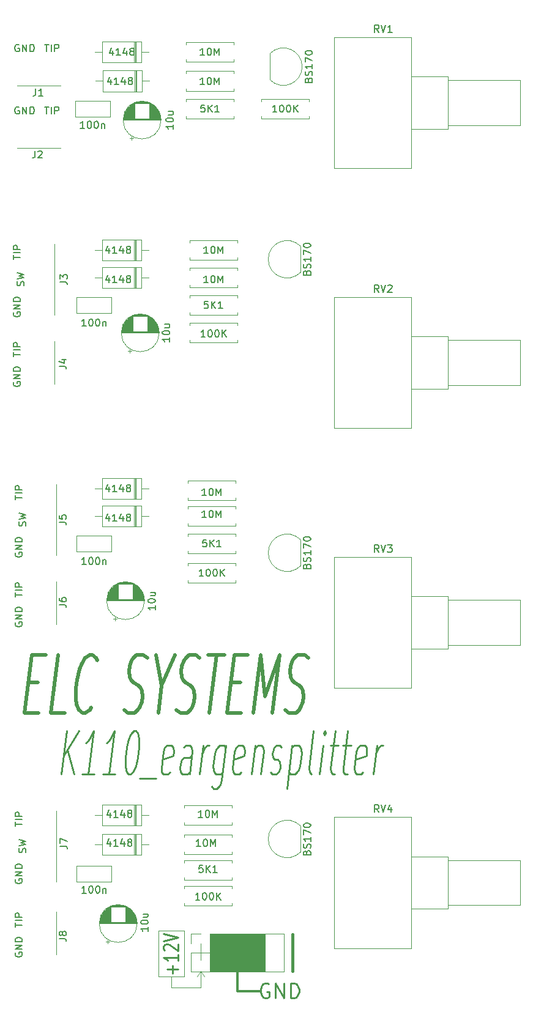
<source format=gbr>
%TF.GenerationSoftware,KiCad,Pcbnew,(5.1.10)-1*%
%TF.CreationDate,2022-04-21T20:11:48-04:00*%
%TF.ProjectId,ELC Eargensplitter,454c4320-4561-4726-9765-6e73706c6974,rev?*%
%TF.SameCoordinates,Original*%
%TF.FileFunction,Legend,Top*%
%TF.FilePolarity,Positive*%
%FSLAX46Y46*%
G04 Gerber Fmt 4.6, Leading zero omitted, Abs format (unit mm)*
G04 Created by KiCad (PCBNEW (5.1.10)-1) date 2022-04-21 20:11:48*
%MOMM*%
%LPD*%
G01*
G04 APERTURE LIST*
%ADD10C,0.250000*%
%ADD11C,0.500000*%
%ADD12C,0.120000*%
%ADD13C,0.300000*%
%ADD14C,0.100000*%
%ADD15C,0.400000*%
%ADD16C,0.150000*%
G04 APERTURE END LIST*
D10*
X108477187Y-130984285D02*
X109227187Y-124984285D01*
X110191473Y-130984285D02*
X109334330Y-127555714D01*
X110941473Y-124984285D02*
X108798616Y-128412857D01*
X113048616Y-130984285D02*
X111334330Y-130984285D01*
X112191473Y-130984285D02*
X112941473Y-124984285D01*
X112548616Y-125841428D01*
X112191473Y-126412857D01*
X111870044Y-126698571D01*
X115905758Y-130984285D02*
X114191473Y-130984285D01*
X115048616Y-130984285D02*
X115798616Y-124984285D01*
X115405758Y-125841428D01*
X115048616Y-126412857D01*
X114727187Y-126698571D01*
X118512901Y-124984285D02*
X118798616Y-124984285D01*
X119048616Y-125270000D01*
X119155758Y-125555714D01*
X119227187Y-126127142D01*
X119227187Y-127270000D01*
X119048616Y-128698571D01*
X118762901Y-129841428D01*
X118548616Y-130412857D01*
X118370044Y-130698571D01*
X118048616Y-130984285D01*
X117762901Y-130984285D01*
X117512901Y-130698571D01*
X117405758Y-130412857D01*
X117334330Y-129841428D01*
X117334330Y-128698571D01*
X117512901Y-127270000D01*
X117798616Y-126127142D01*
X118012901Y-125555714D01*
X118191473Y-125270000D01*
X118512901Y-124984285D01*
X119262901Y-131555714D02*
X121548616Y-131555714D01*
X123512901Y-130698571D02*
X123191473Y-130984285D01*
X122620044Y-130984285D01*
X122370044Y-130698571D01*
X122298616Y-130127142D01*
X122584330Y-127841428D01*
X122798616Y-127270000D01*
X123120044Y-126984285D01*
X123691473Y-126984285D01*
X123941473Y-127270000D01*
X124012901Y-127841428D01*
X123941473Y-128412857D01*
X122441473Y-128984285D01*
X126191473Y-130984285D02*
X126584330Y-127841428D01*
X126512901Y-127270000D01*
X126262901Y-126984285D01*
X125691473Y-126984285D01*
X125370044Y-127270000D01*
X126227187Y-130698571D02*
X125905758Y-130984285D01*
X125191473Y-130984285D01*
X124941473Y-130698571D01*
X124870044Y-130127142D01*
X124941473Y-129555714D01*
X125155758Y-128984285D01*
X125477187Y-128698571D01*
X126191473Y-128698571D01*
X126512901Y-128412857D01*
X127620044Y-130984285D02*
X128120044Y-126984285D01*
X127977187Y-128127142D02*
X128191473Y-127555714D01*
X128370044Y-127270000D01*
X128691473Y-126984285D01*
X128977187Y-126984285D01*
X131262901Y-126984285D02*
X130655758Y-131841428D01*
X130441473Y-132412857D01*
X130262901Y-132698571D01*
X129941473Y-132984285D01*
X129512901Y-132984285D01*
X129262901Y-132698571D01*
X130798616Y-130698571D02*
X130477187Y-130984285D01*
X129905758Y-130984285D01*
X129655758Y-130698571D01*
X129548616Y-130412857D01*
X129477187Y-129841428D01*
X129691473Y-128127142D01*
X129905758Y-127555714D01*
X130084330Y-127270000D01*
X130405758Y-126984285D01*
X130977187Y-126984285D01*
X131227187Y-127270000D01*
X133370044Y-130698571D02*
X133048616Y-130984285D01*
X132477187Y-130984285D01*
X132227187Y-130698571D01*
X132155758Y-130127142D01*
X132441473Y-127841428D01*
X132655758Y-127270000D01*
X132977187Y-126984285D01*
X133548616Y-126984285D01*
X133798616Y-127270000D01*
X133870044Y-127841428D01*
X133798616Y-128412857D01*
X132298616Y-128984285D01*
X135262901Y-126984285D02*
X134762901Y-130984285D01*
X135191473Y-127555714D02*
X135370044Y-127270000D01*
X135691473Y-126984285D01*
X136120044Y-126984285D01*
X136370044Y-127270000D01*
X136441473Y-127841428D01*
X136048616Y-130984285D01*
X137370044Y-130698571D02*
X137620044Y-130984285D01*
X138191473Y-130984285D01*
X138512901Y-130698571D01*
X138727187Y-130127142D01*
X138762901Y-129841428D01*
X138691473Y-129270000D01*
X138441473Y-128984285D01*
X138012901Y-128984285D01*
X137762901Y-128698571D01*
X137691473Y-128127142D01*
X137727187Y-127841428D01*
X137941473Y-127270000D01*
X138262901Y-126984285D01*
X138691473Y-126984285D01*
X138941473Y-127270000D01*
X140405758Y-126984285D02*
X139655758Y-132984285D01*
X140370044Y-127270000D02*
X140691473Y-126984285D01*
X141262901Y-126984285D01*
X141512901Y-127270000D01*
X141620044Y-127555714D01*
X141691473Y-128127142D01*
X141477187Y-129841428D01*
X141262901Y-130412857D01*
X141084330Y-130698571D01*
X140762901Y-130984285D01*
X140191473Y-130984285D01*
X139941473Y-130698571D01*
X143048616Y-130984285D02*
X142798616Y-130698571D01*
X142727187Y-130127142D01*
X143370044Y-124984285D01*
X144191473Y-130984285D02*
X144691473Y-126984285D01*
X144941473Y-124984285D02*
X144762901Y-125270000D01*
X144870044Y-125555714D01*
X145048616Y-125270000D01*
X144941473Y-124984285D01*
X144870044Y-125555714D01*
X145691473Y-126984285D02*
X146834330Y-126984285D01*
X146370044Y-124984285D02*
X145727187Y-130127142D01*
X145798616Y-130698571D01*
X146048616Y-130984285D01*
X146334330Y-130984285D01*
X147405758Y-126984285D02*
X148548616Y-126984285D01*
X148084330Y-124984285D02*
X147441473Y-130127142D01*
X147512901Y-130698571D01*
X147762901Y-130984285D01*
X148048616Y-130984285D01*
X150227187Y-130698571D02*
X149905758Y-130984285D01*
X149334330Y-130984285D01*
X149084330Y-130698571D01*
X149012901Y-130127142D01*
X149298616Y-127841428D01*
X149512901Y-127270000D01*
X149834330Y-126984285D01*
X150405758Y-126984285D01*
X150655758Y-127270000D01*
X150727187Y-127841428D01*
X150655758Y-128412857D01*
X149155758Y-128984285D01*
X151620044Y-130984285D02*
X152120044Y-126984285D01*
X151977187Y-128127142D02*
X152191473Y-127555714D01*
X152370044Y-127270000D01*
X152691473Y-126984285D01*
X152977187Y-126984285D01*
D11*
X103923184Y-118300571D02*
X105256517Y-118300571D01*
X105304136Y-122491047D02*
X103399375Y-122491047D01*
X104399375Y-114491047D01*
X106304136Y-114491047D01*
X108923184Y-122491047D02*
X107018422Y-122491047D01*
X108018422Y-114491047D01*
X112637470Y-121729142D02*
X112399375Y-122110095D01*
X111780327Y-122491047D01*
X111399375Y-122491047D01*
X110875565Y-122110095D01*
X110589851Y-121348190D01*
X110494613Y-120586285D01*
X110494613Y-119062476D01*
X110637470Y-117919619D01*
X111018422Y-116395809D01*
X111304136Y-115633904D01*
X111780327Y-114872000D01*
X112399375Y-114491047D01*
X112780327Y-114491047D01*
X113304136Y-114872000D01*
X113446994Y-115252952D01*
X117161279Y-122110095D02*
X117685089Y-122491047D01*
X118637470Y-122491047D01*
X119066041Y-122110095D01*
X119304136Y-121729142D01*
X119589851Y-120967238D01*
X119685089Y-120205333D01*
X119589851Y-119443428D01*
X119446994Y-119062476D01*
X119113660Y-118681523D01*
X118399375Y-118300571D01*
X118066041Y-117919619D01*
X117923184Y-117538666D01*
X117827946Y-116776761D01*
X117923184Y-116014857D01*
X118208898Y-115252952D01*
X118446994Y-114872000D01*
X118875565Y-114491047D01*
X119827946Y-114491047D01*
X120351755Y-114872000D01*
X122351755Y-118681523D02*
X121875565Y-122491047D01*
X121542232Y-114491047D02*
X122351755Y-118681523D01*
X124208898Y-114491047D01*
X124399375Y-122110095D02*
X124923184Y-122491047D01*
X125875565Y-122491047D01*
X126304136Y-122110095D01*
X126542232Y-121729142D01*
X126827946Y-120967238D01*
X126923184Y-120205333D01*
X126827946Y-119443428D01*
X126685089Y-119062476D01*
X126351755Y-118681523D01*
X125637470Y-118300571D01*
X125304136Y-117919619D01*
X125161279Y-117538666D01*
X125066041Y-116776761D01*
X125161279Y-116014857D01*
X125446994Y-115252952D01*
X125685089Y-114872000D01*
X126113660Y-114491047D01*
X127066041Y-114491047D01*
X127589851Y-114872000D01*
X128780327Y-114491047D02*
X131066041Y-114491047D01*
X128923184Y-122491047D02*
X129923184Y-114491047D01*
X131923184Y-118300571D02*
X133256517Y-118300571D01*
X133304136Y-122491047D02*
X131399375Y-122491047D01*
X132399375Y-114491047D01*
X134304136Y-114491047D01*
X135018422Y-122491047D02*
X136018422Y-114491047D01*
X136637470Y-120205333D01*
X138685089Y-114491047D01*
X137685089Y-122491047D01*
X139446994Y-122110095D02*
X139970803Y-122491047D01*
X140923184Y-122491047D01*
X141351755Y-122110095D01*
X141589851Y-121729142D01*
X141875565Y-120967238D01*
X141970803Y-120205333D01*
X141875565Y-119443428D01*
X141732708Y-119062476D01*
X141399375Y-118681523D01*
X140685089Y-118300571D01*
X140351755Y-117919619D01*
X140208898Y-117538666D01*
X140113660Y-116776761D01*
X140208898Y-116014857D01*
X140494613Y-115252952D01*
X140732708Y-114872000D01*
X141161279Y-114491047D01*
X142113660Y-114491047D01*
X142637470Y-114872000D01*
D12*
X127762000Y-158242000D02*
X128270000Y-159004000D01*
X127254000Y-159004000D02*
X127762000Y-158242000D01*
X127762000Y-158242000D02*
X127762000Y-160528000D01*
X123698000Y-160528000D02*
X127762000Y-160528000D01*
X123698000Y-159004000D02*
X123698000Y-160528000D01*
X125476000Y-158242000D02*
X125476000Y-159004000D01*
X125476000Y-159004000D02*
X125476000Y-158242000D01*
X121920000Y-159004000D02*
X125476000Y-159004000D01*
X121920000Y-152654000D02*
X121920000Y-159004000D01*
X125476000Y-152654000D02*
X121920000Y-152654000D01*
X125476000Y-158496000D02*
X125476000Y-152654000D01*
X127762000Y-156718000D02*
X127762000Y-154432000D01*
D10*
X137160190Y-160036000D02*
X136969714Y-159940761D01*
X136684000Y-159940761D01*
X136398285Y-160036000D01*
X136207809Y-160226476D01*
X136112571Y-160416952D01*
X136017333Y-160797904D01*
X136017333Y-161083619D01*
X136112571Y-161464571D01*
X136207809Y-161655047D01*
X136398285Y-161845523D01*
X136684000Y-161940761D01*
X136874476Y-161940761D01*
X137160190Y-161845523D01*
X137255428Y-161750285D01*
X137255428Y-161083619D01*
X136874476Y-161083619D01*
X138112571Y-161940761D02*
X138112571Y-159940761D01*
X139255428Y-161940761D01*
X139255428Y-159940761D01*
X140207809Y-161940761D02*
X140207809Y-159940761D01*
X140684000Y-159940761D01*
X140969714Y-160036000D01*
X141160190Y-160226476D01*
X141255428Y-160416952D01*
X141350666Y-160797904D01*
X141350666Y-161083619D01*
X141255428Y-161464571D01*
X141160190Y-161655047D01*
X140969714Y-161845523D01*
X140684000Y-161940761D01*
X140207809Y-161940761D01*
D13*
X132842000Y-161036000D02*
X135890000Y-161036000D01*
X132842000Y-157988000D02*
X132842000Y-161036000D01*
D14*
G36*
X136652000Y-158242000D02*
G01*
X129032000Y-158242000D01*
X129032000Y-153162000D01*
X136652000Y-153162000D01*
X136652000Y-158242000D01*
G37*
X136652000Y-158242000D02*
X129032000Y-158242000D01*
X129032000Y-153162000D01*
X136652000Y-153162000D01*
X136652000Y-158242000D01*
D10*
X123840857Y-158598857D02*
X123840857Y-157456000D01*
X124602761Y-158027428D02*
X123078952Y-158027428D01*
X124602761Y-155956000D02*
X124602761Y-156813142D01*
X124602761Y-156384571D02*
X122602761Y-156384571D01*
X122888476Y-156527428D01*
X123078952Y-156670285D01*
X123174190Y-156813142D01*
X122793238Y-155384571D02*
X122698000Y-155313142D01*
X122602761Y-155170285D01*
X122602761Y-154813142D01*
X122698000Y-154670285D01*
X122793238Y-154598857D01*
X122983714Y-154527428D01*
X123174190Y-154527428D01*
X123459904Y-154598857D01*
X124602761Y-155456000D01*
X124602761Y-154527428D01*
X122602761Y-154098857D02*
X124602761Y-153598857D01*
X122602761Y-153098857D01*
D15*
X140462000Y-158242000D02*
X140462000Y-153162000D01*
D12*
%TO.C,J9*%
X126432000Y-154432000D02*
X126432000Y-153102000D01*
X126432000Y-153102000D02*
X127762000Y-153102000D01*
X126432000Y-155702000D02*
X129032000Y-155702000D01*
X129032000Y-155702000D02*
X129032000Y-153102000D01*
X129032000Y-153102000D02*
X139252000Y-153102000D01*
X139252000Y-158302000D02*
X139252000Y-153102000D01*
X126432000Y-158302000D02*
X139252000Y-158302000D01*
X126432000Y-158302000D02*
X126432000Y-155702000D01*
%TO.C,100n*%
X115216000Y-39982000D02*
X110376000Y-39982000D01*
X115216000Y-37742000D02*
X110376000Y-37742000D01*
X115216000Y-39982000D02*
X115216000Y-37742000D01*
X110376000Y-39982000D02*
X110376000Y-37742000D01*
%TO.C,10u*%
X122254000Y-40406000D02*
G75*
G03*
X122254000Y-40406000I-2620000J0D01*
G01*
X117054000Y-40406000D02*
X122214000Y-40406000D01*
X117054000Y-40366000D02*
X122214000Y-40366000D01*
X117055000Y-40326000D02*
X122213000Y-40326000D01*
X117056000Y-40286000D02*
X122212000Y-40286000D01*
X117058000Y-40246000D02*
X122210000Y-40246000D01*
X117061000Y-40206000D02*
X122207000Y-40206000D01*
X117065000Y-40166000D02*
X118594000Y-40166000D01*
X120674000Y-40166000D02*
X122203000Y-40166000D01*
X117069000Y-40126000D02*
X118594000Y-40126000D01*
X120674000Y-40126000D02*
X122199000Y-40126000D01*
X117073000Y-40086000D02*
X118594000Y-40086000D01*
X120674000Y-40086000D02*
X122195000Y-40086000D01*
X117078000Y-40046000D02*
X118594000Y-40046000D01*
X120674000Y-40046000D02*
X122190000Y-40046000D01*
X117084000Y-40006000D02*
X118594000Y-40006000D01*
X120674000Y-40006000D02*
X122184000Y-40006000D01*
X117091000Y-39966000D02*
X118594000Y-39966000D01*
X120674000Y-39966000D02*
X122177000Y-39966000D01*
X117098000Y-39926000D02*
X118594000Y-39926000D01*
X120674000Y-39926000D02*
X122170000Y-39926000D01*
X117106000Y-39886000D02*
X118594000Y-39886000D01*
X120674000Y-39886000D02*
X122162000Y-39886000D01*
X117114000Y-39846000D02*
X118594000Y-39846000D01*
X120674000Y-39846000D02*
X122154000Y-39846000D01*
X117123000Y-39806000D02*
X118594000Y-39806000D01*
X120674000Y-39806000D02*
X122145000Y-39806000D01*
X117133000Y-39766000D02*
X118594000Y-39766000D01*
X120674000Y-39766000D02*
X122135000Y-39766000D01*
X117143000Y-39726000D02*
X118594000Y-39726000D01*
X120674000Y-39726000D02*
X122125000Y-39726000D01*
X117154000Y-39685000D02*
X118594000Y-39685000D01*
X120674000Y-39685000D02*
X122114000Y-39685000D01*
X117166000Y-39645000D02*
X118594000Y-39645000D01*
X120674000Y-39645000D02*
X122102000Y-39645000D01*
X117179000Y-39605000D02*
X118594000Y-39605000D01*
X120674000Y-39605000D02*
X122089000Y-39605000D01*
X117192000Y-39565000D02*
X118594000Y-39565000D01*
X120674000Y-39565000D02*
X122076000Y-39565000D01*
X117206000Y-39525000D02*
X118594000Y-39525000D01*
X120674000Y-39525000D02*
X122062000Y-39525000D01*
X117220000Y-39485000D02*
X118594000Y-39485000D01*
X120674000Y-39485000D02*
X122048000Y-39485000D01*
X117236000Y-39445000D02*
X118594000Y-39445000D01*
X120674000Y-39445000D02*
X122032000Y-39445000D01*
X117252000Y-39405000D02*
X118594000Y-39405000D01*
X120674000Y-39405000D02*
X122016000Y-39405000D01*
X117269000Y-39365000D02*
X118594000Y-39365000D01*
X120674000Y-39365000D02*
X121999000Y-39365000D01*
X117286000Y-39325000D02*
X118594000Y-39325000D01*
X120674000Y-39325000D02*
X121982000Y-39325000D01*
X117305000Y-39285000D02*
X118594000Y-39285000D01*
X120674000Y-39285000D02*
X121963000Y-39285000D01*
X117324000Y-39245000D02*
X118594000Y-39245000D01*
X120674000Y-39245000D02*
X121944000Y-39245000D01*
X117344000Y-39205000D02*
X118594000Y-39205000D01*
X120674000Y-39205000D02*
X121924000Y-39205000D01*
X117366000Y-39165000D02*
X118594000Y-39165000D01*
X120674000Y-39165000D02*
X121902000Y-39165000D01*
X117387000Y-39125000D02*
X118594000Y-39125000D01*
X120674000Y-39125000D02*
X121881000Y-39125000D01*
X117410000Y-39085000D02*
X118594000Y-39085000D01*
X120674000Y-39085000D02*
X121858000Y-39085000D01*
X117434000Y-39045000D02*
X118594000Y-39045000D01*
X120674000Y-39045000D02*
X121834000Y-39045000D01*
X117459000Y-39005000D02*
X118594000Y-39005000D01*
X120674000Y-39005000D02*
X121809000Y-39005000D01*
X117485000Y-38965000D02*
X118594000Y-38965000D01*
X120674000Y-38965000D02*
X121783000Y-38965000D01*
X117512000Y-38925000D02*
X118594000Y-38925000D01*
X120674000Y-38925000D02*
X121756000Y-38925000D01*
X117539000Y-38885000D02*
X118594000Y-38885000D01*
X120674000Y-38885000D02*
X121729000Y-38885000D01*
X117569000Y-38845000D02*
X118594000Y-38845000D01*
X120674000Y-38845000D02*
X121699000Y-38845000D01*
X117599000Y-38805000D02*
X118594000Y-38805000D01*
X120674000Y-38805000D02*
X121669000Y-38805000D01*
X117630000Y-38765000D02*
X118594000Y-38765000D01*
X120674000Y-38765000D02*
X121638000Y-38765000D01*
X117663000Y-38725000D02*
X118594000Y-38725000D01*
X120674000Y-38725000D02*
X121605000Y-38725000D01*
X117697000Y-38685000D02*
X118594000Y-38685000D01*
X120674000Y-38685000D02*
X121571000Y-38685000D01*
X117733000Y-38645000D02*
X118594000Y-38645000D01*
X120674000Y-38645000D02*
X121535000Y-38645000D01*
X117770000Y-38605000D02*
X118594000Y-38605000D01*
X120674000Y-38605000D02*
X121498000Y-38605000D01*
X117808000Y-38565000D02*
X118594000Y-38565000D01*
X120674000Y-38565000D02*
X121460000Y-38565000D01*
X117849000Y-38525000D02*
X118594000Y-38525000D01*
X120674000Y-38525000D02*
X121419000Y-38525000D01*
X117891000Y-38485000D02*
X118594000Y-38485000D01*
X120674000Y-38485000D02*
X121377000Y-38485000D01*
X117935000Y-38445000D02*
X118594000Y-38445000D01*
X120674000Y-38445000D02*
X121333000Y-38445000D01*
X117981000Y-38405000D02*
X118594000Y-38405000D01*
X120674000Y-38405000D02*
X121287000Y-38405000D01*
X118029000Y-38365000D02*
X118594000Y-38365000D01*
X120674000Y-38365000D02*
X121239000Y-38365000D01*
X118080000Y-38325000D02*
X118594000Y-38325000D01*
X120674000Y-38325000D02*
X121188000Y-38325000D01*
X118134000Y-38285000D02*
X118594000Y-38285000D01*
X120674000Y-38285000D02*
X121134000Y-38285000D01*
X118191000Y-38245000D02*
X118594000Y-38245000D01*
X120674000Y-38245000D02*
X121077000Y-38245000D01*
X118251000Y-38205000D02*
X118594000Y-38205000D01*
X120674000Y-38205000D02*
X121017000Y-38205000D01*
X118315000Y-38165000D02*
X118594000Y-38165000D01*
X120674000Y-38165000D02*
X120953000Y-38165000D01*
X118383000Y-38125000D02*
X118594000Y-38125000D01*
X120674000Y-38125000D02*
X120885000Y-38125000D01*
X118456000Y-38085000D02*
X120812000Y-38085000D01*
X118536000Y-38045000D02*
X120732000Y-38045000D01*
X118623000Y-38005000D02*
X120645000Y-38005000D01*
X118719000Y-37965000D02*
X120549000Y-37965000D01*
X118829000Y-37925000D02*
X120439000Y-37925000D01*
X118957000Y-37885000D02*
X120311000Y-37885000D01*
X119116000Y-37845000D02*
X120152000Y-37845000D01*
X119350000Y-37805000D02*
X119918000Y-37805000D01*
X118159000Y-43210775D02*
X118159000Y-42710775D01*
X117909000Y-42960775D02*
X118409000Y-42960775D01*
%TO.C,100n*%
X115430000Y-64920000D02*
X115430000Y-67160000D01*
X110590000Y-64920000D02*
X110590000Y-67160000D01*
X110590000Y-67160000D02*
X115430000Y-67160000D01*
X110590000Y-64920000D02*
X115430000Y-64920000D01*
%TO.C,10u*%
X122000000Y-69870000D02*
G75*
G03*
X122000000Y-69870000I-2620000J0D01*
G01*
X116800000Y-69870000D02*
X121960000Y-69870000D01*
X116800000Y-69830000D02*
X121960000Y-69830000D01*
X116801000Y-69790000D02*
X121959000Y-69790000D01*
X116802000Y-69750000D02*
X121958000Y-69750000D01*
X116804000Y-69710000D02*
X121956000Y-69710000D01*
X116807000Y-69670000D02*
X121953000Y-69670000D01*
X116811000Y-69630000D02*
X118340000Y-69630000D01*
X120420000Y-69630000D02*
X121949000Y-69630000D01*
X116815000Y-69590000D02*
X118340000Y-69590000D01*
X120420000Y-69590000D02*
X121945000Y-69590000D01*
X116819000Y-69550000D02*
X118340000Y-69550000D01*
X120420000Y-69550000D02*
X121941000Y-69550000D01*
X116824000Y-69510000D02*
X118340000Y-69510000D01*
X120420000Y-69510000D02*
X121936000Y-69510000D01*
X116830000Y-69470000D02*
X118340000Y-69470000D01*
X120420000Y-69470000D02*
X121930000Y-69470000D01*
X116837000Y-69430000D02*
X118340000Y-69430000D01*
X120420000Y-69430000D02*
X121923000Y-69430000D01*
X116844000Y-69390000D02*
X118340000Y-69390000D01*
X120420000Y-69390000D02*
X121916000Y-69390000D01*
X116852000Y-69350000D02*
X118340000Y-69350000D01*
X120420000Y-69350000D02*
X121908000Y-69350000D01*
X116860000Y-69310000D02*
X118340000Y-69310000D01*
X120420000Y-69310000D02*
X121900000Y-69310000D01*
X116869000Y-69270000D02*
X118340000Y-69270000D01*
X120420000Y-69270000D02*
X121891000Y-69270000D01*
X116879000Y-69230000D02*
X118340000Y-69230000D01*
X120420000Y-69230000D02*
X121881000Y-69230000D01*
X116889000Y-69190000D02*
X118340000Y-69190000D01*
X120420000Y-69190000D02*
X121871000Y-69190000D01*
X116900000Y-69149000D02*
X118340000Y-69149000D01*
X120420000Y-69149000D02*
X121860000Y-69149000D01*
X116912000Y-69109000D02*
X118340000Y-69109000D01*
X120420000Y-69109000D02*
X121848000Y-69109000D01*
X116925000Y-69069000D02*
X118340000Y-69069000D01*
X120420000Y-69069000D02*
X121835000Y-69069000D01*
X116938000Y-69029000D02*
X118340000Y-69029000D01*
X120420000Y-69029000D02*
X121822000Y-69029000D01*
X116952000Y-68989000D02*
X118340000Y-68989000D01*
X120420000Y-68989000D02*
X121808000Y-68989000D01*
X116966000Y-68949000D02*
X118340000Y-68949000D01*
X120420000Y-68949000D02*
X121794000Y-68949000D01*
X116982000Y-68909000D02*
X118340000Y-68909000D01*
X120420000Y-68909000D02*
X121778000Y-68909000D01*
X116998000Y-68869000D02*
X118340000Y-68869000D01*
X120420000Y-68869000D02*
X121762000Y-68869000D01*
X117015000Y-68829000D02*
X118340000Y-68829000D01*
X120420000Y-68829000D02*
X121745000Y-68829000D01*
X117032000Y-68789000D02*
X118340000Y-68789000D01*
X120420000Y-68789000D02*
X121728000Y-68789000D01*
X117051000Y-68749000D02*
X118340000Y-68749000D01*
X120420000Y-68749000D02*
X121709000Y-68749000D01*
X117070000Y-68709000D02*
X118340000Y-68709000D01*
X120420000Y-68709000D02*
X121690000Y-68709000D01*
X117090000Y-68669000D02*
X118340000Y-68669000D01*
X120420000Y-68669000D02*
X121670000Y-68669000D01*
X117112000Y-68629000D02*
X118340000Y-68629000D01*
X120420000Y-68629000D02*
X121648000Y-68629000D01*
X117133000Y-68589000D02*
X118340000Y-68589000D01*
X120420000Y-68589000D02*
X121627000Y-68589000D01*
X117156000Y-68549000D02*
X118340000Y-68549000D01*
X120420000Y-68549000D02*
X121604000Y-68549000D01*
X117180000Y-68509000D02*
X118340000Y-68509000D01*
X120420000Y-68509000D02*
X121580000Y-68509000D01*
X117205000Y-68469000D02*
X118340000Y-68469000D01*
X120420000Y-68469000D02*
X121555000Y-68469000D01*
X117231000Y-68429000D02*
X118340000Y-68429000D01*
X120420000Y-68429000D02*
X121529000Y-68429000D01*
X117258000Y-68389000D02*
X118340000Y-68389000D01*
X120420000Y-68389000D02*
X121502000Y-68389000D01*
X117285000Y-68349000D02*
X118340000Y-68349000D01*
X120420000Y-68349000D02*
X121475000Y-68349000D01*
X117315000Y-68309000D02*
X118340000Y-68309000D01*
X120420000Y-68309000D02*
X121445000Y-68309000D01*
X117345000Y-68269000D02*
X118340000Y-68269000D01*
X120420000Y-68269000D02*
X121415000Y-68269000D01*
X117376000Y-68229000D02*
X118340000Y-68229000D01*
X120420000Y-68229000D02*
X121384000Y-68229000D01*
X117409000Y-68189000D02*
X118340000Y-68189000D01*
X120420000Y-68189000D02*
X121351000Y-68189000D01*
X117443000Y-68149000D02*
X118340000Y-68149000D01*
X120420000Y-68149000D02*
X121317000Y-68149000D01*
X117479000Y-68109000D02*
X118340000Y-68109000D01*
X120420000Y-68109000D02*
X121281000Y-68109000D01*
X117516000Y-68069000D02*
X118340000Y-68069000D01*
X120420000Y-68069000D02*
X121244000Y-68069000D01*
X117554000Y-68029000D02*
X118340000Y-68029000D01*
X120420000Y-68029000D02*
X121206000Y-68029000D01*
X117595000Y-67989000D02*
X118340000Y-67989000D01*
X120420000Y-67989000D02*
X121165000Y-67989000D01*
X117637000Y-67949000D02*
X118340000Y-67949000D01*
X120420000Y-67949000D02*
X121123000Y-67949000D01*
X117681000Y-67909000D02*
X118340000Y-67909000D01*
X120420000Y-67909000D02*
X121079000Y-67909000D01*
X117727000Y-67869000D02*
X118340000Y-67869000D01*
X120420000Y-67869000D02*
X121033000Y-67869000D01*
X117775000Y-67829000D02*
X118340000Y-67829000D01*
X120420000Y-67829000D02*
X120985000Y-67829000D01*
X117826000Y-67789000D02*
X118340000Y-67789000D01*
X120420000Y-67789000D02*
X120934000Y-67789000D01*
X117880000Y-67749000D02*
X118340000Y-67749000D01*
X120420000Y-67749000D02*
X120880000Y-67749000D01*
X117937000Y-67709000D02*
X118340000Y-67709000D01*
X120420000Y-67709000D02*
X120823000Y-67709000D01*
X117997000Y-67669000D02*
X118340000Y-67669000D01*
X120420000Y-67669000D02*
X120763000Y-67669000D01*
X118061000Y-67629000D02*
X118340000Y-67629000D01*
X120420000Y-67629000D02*
X120699000Y-67629000D01*
X118129000Y-67589000D02*
X118340000Y-67589000D01*
X120420000Y-67589000D02*
X120631000Y-67589000D01*
X118202000Y-67549000D02*
X120558000Y-67549000D01*
X118282000Y-67509000D02*
X120478000Y-67509000D01*
X118369000Y-67469000D02*
X120391000Y-67469000D01*
X118465000Y-67429000D02*
X120295000Y-67429000D01*
X118575000Y-67389000D02*
X120185000Y-67389000D01*
X118703000Y-67349000D02*
X120057000Y-67349000D01*
X118862000Y-67309000D02*
X119898000Y-67309000D01*
X119096000Y-67269000D02*
X119664000Y-67269000D01*
X117905000Y-72674775D02*
X117905000Y-72174775D01*
X117655000Y-72424775D02*
X118155000Y-72424775D01*
%TO.C,100n*%
X110590000Y-97940000D02*
X115430000Y-97940000D01*
X110590000Y-100180000D02*
X115430000Y-100180000D01*
X110590000Y-97940000D02*
X110590000Y-100180000D01*
X115430000Y-97940000D02*
X115430000Y-100180000D01*
%TO.C,10u*%
X115623000Y-109508775D02*
X116123000Y-109508775D01*
X115873000Y-109758775D02*
X115873000Y-109258775D01*
X117064000Y-104353000D02*
X117632000Y-104353000D01*
X116830000Y-104393000D02*
X117866000Y-104393000D01*
X116671000Y-104433000D02*
X118025000Y-104433000D01*
X116543000Y-104473000D02*
X118153000Y-104473000D01*
X116433000Y-104513000D02*
X118263000Y-104513000D01*
X116337000Y-104553000D02*
X118359000Y-104553000D01*
X116250000Y-104593000D02*
X118446000Y-104593000D01*
X116170000Y-104633000D02*
X118526000Y-104633000D01*
X118388000Y-104673000D02*
X118599000Y-104673000D01*
X116097000Y-104673000D02*
X116308000Y-104673000D01*
X118388000Y-104713000D02*
X118667000Y-104713000D01*
X116029000Y-104713000D02*
X116308000Y-104713000D01*
X118388000Y-104753000D02*
X118731000Y-104753000D01*
X115965000Y-104753000D02*
X116308000Y-104753000D01*
X118388000Y-104793000D02*
X118791000Y-104793000D01*
X115905000Y-104793000D02*
X116308000Y-104793000D01*
X118388000Y-104833000D02*
X118848000Y-104833000D01*
X115848000Y-104833000D02*
X116308000Y-104833000D01*
X118388000Y-104873000D02*
X118902000Y-104873000D01*
X115794000Y-104873000D02*
X116308000Y-104873000D01*
X118388000Y-104913000D02*
X118953000Y-104913000D01*
X115743000Y-104913000D02*
X116308000Y-104913000D01*
X118388000Y-104953000D02*
X119001000Y-104953000D01*
X115695000Y-104953000D02*
X116308000Y-104953000D01*
X118388000Y-104993000D02*
X119047000Y-104993000D01*
X115649000Y-104993000D02*
X116308000Y-104993000D01*
X118388000Y-105033000D02*
X119091000Y-105033000D01*
X115605000Y-105033000D02*
X116308000Y-105033000D01*
X118388000Y-105073000D02*
X119133000Y-105073000D01*
X115563000Y-105073000D02*
X116308000Y-105073000D01*
X118388000Y-105113000D02*
X119174000Y-105113000D01*
X115522000Y-105113000D02*
X116308000Y-105113000D01*
X118388000Y-105153000D02*
X119212000Y-105153000D01*
X115484000Y-105153000D02*
X116308000Y-105153000D01*
X118388000Y-105193000D02*
X119249000Y-105193000D01*
X115447000Y-105193000D02*
X116308000Y-105193000D01*
X118388000Y-105233000D02*
X119285000Y-105233000D01*
X115411000Y-105233000D02*
X116308000Y-105233000D01*
X118388000Y-105273000D02*
X119319000Y-105273000D01*
X115377000Y-105273000D02*
X116308000Y-105273000D01*
X118388000Y-105313000D02*
X119352000Y-105313000D01*
X115344000Y-105313000D02*
X116308000Y-105313000D01*
X118388000Y-105353000D02*
X119383000Y-105353000D01*
X115313000Y-105353000D02*
X116308000Y-105353000D01*
X118388000Y-105393000D02*
X119413000Y-105393000D01*
X115283000Y-105393000D02*
X116308000Y-105393000D01*
X118388000Y-105433000D02*
X119443000Y-105433000D01*
X115253000Y-105433000D02*
X116308000Y-105433000D01*
X118388000Y-105473000D02*
X119470000Y-105473000D01*
X115226000Y-105473000D02*
X116308000Y-105473000D01*
X118388000Y-105513000D02*
X119497000Y-105513000D01*
X115199000Y-105513000D02*
X116308000Y-105513000D01*
X118388000Y-105553000D02*
X119523000Y-105553000D01*
X115173000Y-105553000D02*
X116308000Y-105553000D01*
X118388000Y-105593000D02*
X119548000Y-105593000D01*
X115148000Y-105593000D02*
X116308000Y-105593000D01*
X118388000Y-105633000D02*
X119572000Y-105633000D01*
X115124000Y-105633000D02*
X116308000Y-105633000D01*
X118388000Y-105673000D02*
X119595000Y-105673000D01*
X115101000Y-105673000D02*
X116308000Y-105673000D01*
X118388000Y-105713000D02*
X119616000Y-105713000D01*
X115080000Y-105713000D02*
X116308000Y-105713000D01*
X118388000Y-105753000D02*
X119638000Y-105753000D01*
X115058000Y-105753000D02*
X116308000Y-105753000D01*
X118388000Y-105793000D02*
X119658000Y-105793000D01*
X115038000Y-105793000D02*
X116308000Y-105793000D01*
X118388000Y-105833000D02*
X119677000Y-105833000D01*
X115019000Y-105833000D02*
X116308000Y-105833000D01*
X118388000Y-105873000D02*
X119696000Y-105873000D01*
X115000000Y-105873000D02*
X116308000Y-105873000D01*
X118388000Y-105913000D02*
X119713000Y-105913000D01*
X114983000Y-105913000D02*
X116308000Y-105913000D01*
X118388000Y-105953000D02*
X119730000Y-105953000D01*
X114966000Y-105953000D02*
X116308000Y-105953000D01*
X118388000Y-105993000D02*
X119746000Y-105993000D01*
X114950000Y-105993000D02*
X116308000Y-105993000D01*
X118388000Y-106033000D02*
X119762000Y-106033000D01*
X114934000Y-106033000D02*
X116308000Y-106033000D01*
X118388000Y-106073000D02*
X119776000Y-106073000D01*
X114920000Y-106073000D02*
X116308000Y-106073000D01*
X118388000Y-106113000D02*
X119790000Y-106113000D01*
X114906000Y-106113000D02*
X116308000Y-106113000D01*
X118388000Y-106153000D02*
X119803000Y-106153000D01*
X114893000Y-106153000D02*
X116308000Y-106153000D01*
X118388000Y-106193000D02*
X119816000Y-106193000D01*
X114880000Y-106193000D02*
X116308000Y-106193000D01*
X118388000Y-106233000D02*
X119828000Y-106233000D01*
X114868000Y-106233000D02*
X116308000Y-106233000D01*
X118388000Y-106274000D02*
X119839000Y-106274000D01*
X114857000Y-106274000D02*
X116308000Y-106274000D01*
X118388000Y-106314000D02*
X119849000Y-106314000D01*
X114847000Y-106314000D02*
X116308000Y-106314000D01*
X118388000Y-106354000D02*
X119859000Y-106354000D01*
X114837000Y-106354000D02*
X116308000Y-106354000D01*
X118388000Y-106394000D02*
X119868000Y-106394000D01*
X114828000Y-106394000D02*
X116308000Y-106394000D01*
X118388000Y-106434000D02*
X119876000Y-106434000D01*
X114820000Y-106434000D02*
X116308000Y-106434000D01*
X118388000Y-106474000D02*
X119884000Y-106474000D01*
X114812000Y-106474000D02*
X116308000Y-106474000D01*
X118388000Y-106514000D02*
X119891000Y-106514000D01*
X114805000Y-106514000D02*
X116308000Y-106514000D01*
X118388000Y-106554000D02*
X119898000Y-106554000D01*
X114798000Y-106554000D02*
X116308000Y-106554000D01*
X118388000Y-106594000D02*
X119904000Y-106594000D01*
X114792000Y-106594000D02*
X116308000Y-106594000D01*
X118388000Y-106634000D02*
X119909000Y-106634000D01*
X114787000Y-106634000D02*
X116308000Y-106634000D01*
X118388000Y-106674000D02*
X119913000Y-106674000D01*
X114783000Y-106674000D02*
X116308000Y-106674000D01*
X118388000Y-106714000D02*
X119917000Y-106714000D01*
X114779000Y-106714000D02*
X116308000Y-106714000D01*
X114775000Y-106754000D02*
X119921000Y-106754000D01*
X114772000Y-106794000D02*
X119924000Y-106794000D01*
X114770000Y-106834000D02*
X119926000Y-106834000D01*
X114769000Y-106874000D02*
X119927000Y-106874000D01*
X114768000Y-106914000D02*
X119928000Y-106914000D01*
X114768000Y-106954000D02*
X119928000Y-106954000D01*
X119968000Y-106954000D02*
G75*
G03*
X119968000Y-106954000I-2620000J0D01*
G01*
%TO.C,100n*%
X115430000Y-143660000D02*
X115430000Y-145900000D01*
X110590000Y-143660000D02*
X110590000Y-145900000D01*
X110590000Y-145900000D02*
X115430000Y-145900000D01*
X110590000Y-143660000D02*
X115430000Y-143660000D01*
%TO.C,10u*%
X114607000Y-154212775D02*
X115107000Y-154212775D01*
X114857000Y-154462775D02*
X114857000Y-153962775D01*
X116048000Y-149057000D02*
X116616000Y-149057000D01*
X115814000Y-149097000D02*
X116850000Y-149097000D01*
X115655000Y-149137000D02*
X117009000Y-149137000D01*
X115527000Y-149177000D02*
X117137000Y-149177000D01*
X115417000Y-149217000D02*
X117247000Y-149217000D01*
X115321000Y-149257000D02*
X117343000Y-149257000D01*
X115234000Y-149297000D02*
X117430000Y-149297000D01*
X115154000Y-149337000D02*
X117510000Y-149337000D01*
X117372000Y-149377000D02*
X117583000Y-149377000D01*
X115081000Y-149377000D02*
X115292000Y-149377000D01*
X117372000Y-149417000D02*
X117651000Y-149417000D01*
X115013000Y-149417000D02*
X115292000Y-149417000D01*
X117372000Y-149457000D02*
X117715000Y-149457000D01*
X114949000Y-149457000D02*
X115292000Y-149457000D01*
X117372000Y-149497000D02*
X117775000Y-149497000D01*
X114889000Y-149497000D02*
X115292000Y-149497000D01*
X117372000Y-149537000D02*
X117832000Y-149537000D01*
X114832000Y-149537000D02*
X115292000Y-149537000D01*
X117372000Y-149577000D02*
X117886000Y-149577000D01*
X114778000Y-149577000D02*
X115292000Y-149577000D01*
X117372000Y-149617000D02*
X117937000Y-149617000D01*
X114727000Y-149617000D02*
X115292000Y-149617000D01*
X117372000Y-149657000D02*
X117985000Y-149657000D01*
X114679000Y-149657000D02*
X115292000Y-149657000D01*
X117372000Y-149697000D02*
X118031000Y-149697000D01*
X114633000Y-149697000D02*
X115292000Y-149697000D01*
X117372000Y-149737000D02*
X118075000Y-149737000D01*
X114589000Y-149737000D02*
X115292000Y-149737000D01*
X117372000Y-149777000D02*
X118117000Y-149777000D01*
X114547000Y-149777000D02*
X115292000Y-149777000D01*
X117372000Y-149817000D02*
X118158000Y-149817000D01*
X114506000Y-149817000D02*
X115292000Y-149817000D01*
X117372000Y-149857000D02*
X118196000Y-149857000D01*
X114468000Y-149857000D02*
X115292000Y-149857000D01*
X117372000Y-149897000D02*
X118233000Y-149897000D01*
X114431000Y-149897000D02*
X115292000Y-149897000D01*
X117372000Y-149937000D02*
X118269000Y-149937000D01*
X114395000Y-149937000D02*
X115292000Y-149937000D01*
X117372000Y-149977000D02*
X118303000Y-149977000D01*
X114361000Y-149977000D02*
X115292000Y-149977000D01*
X117372000Y-150017000D02*
X118336000Y-150017000D01*
X114328000Y-150017000D02*
X115292000Y-150017000D01*
X117372000Y-150057000D02*
X118367000Y-150057000D01*
X114297000Y-150057000D02*
X115292000Y-150057000D01*
X117372000Y-150097000D02*
X118397000Y-150097000D01*
X114267000Y-150097000D02*
X115292000Y-150097000D01*
X117372000Y-150137000D02*
X118427000Y-150137000D01*
X114237000Y-150137000D02*
X115292000Y-150137000D01*
X117372000Y-150177000D02*
X118454000Y-150177000D01*
X114210000Y-150177000D02*
X115292000Y-150177000D01*
X117372000Y-150217000D02*
X118481000Y-150217000D01*
X114183000Y-150217000D02*
X115292000Y-150217000D01*
X117372000Y-150257000D02*
X118507000Y-150257000D01*
X114157000Y-150257000D02*
X115292000Y-150257000D01*
X117372000Y-150297000D02*
X118532000Y-150297000D01*
X114132000Y-150297000D02*
X115292000Y-150297000D01*
X117372000Y-150337000D02*
X118556000Y-150337000D01*
X114108000Y-150337000D02*
X115292000Y-150337000D01*
X117372000Y-150377000D02*
X118579000Y-150377000D01*
X114085000Y-150377000D02*
X115292000Y-150377000D01*
X117372000Y-150417000D02*
X118600000Y-150417000D01*
X114064000Y-150417000D02*
X115292000Y-150417000D01*
X117372000Y-150457000D02*
X118622000Y-150457000D01*
X114042000Y-150457000D02*
X115292000Y-150457000D01*
X117372000Y-150497000D02*
X118642000Y-150497000D01*
X114022000Y-150497000D02*
X115292000Y-150497000D01*
X117372000Y-150537000D02*
X118661000Y-150537000D01*
X114003000Y-150537000D02*
X115292000Y-150537000D01*
X117372000Y-150577000D02*
X118680000Y-150577000D01*
X113984000Y-150577000D02*
X115292000Y-150577000D01*
X117372000Y-150617000D02*
X118697000Y-150617000D01*
X113967000Y-150617000D02*
X115292000Y-150617000D01*
X117372000Y-150657000D02*
X118714000Y-150657000D01*
X113950000Y-150657000D02*
X115292000Y-150657000D01*
X117372000Y-150697000D02*
X118730000Y-150697000D01*
X113934000Y-150697000D02*
X115292000Y-150697000D01*
X117372000Y-150737000D02*
X118746000Y-150737000D01*
X113918000Y-150737000D02*
X115292000Y-150737000D01*
X117372000Y-150777000D02*
X118760000Y-150777000D01*
X113904000Y-150777000D02*
X115292000Y-150777000D01*
X117372000Y-150817000D02*
X118774000Y-150817000D01*
X113890000Y-150817000D02*
X115292000Y-150817000D01*
X117372000Y-150857000D02*
X118787000Y-150857000D01*
X113877000Y-150857000D02*
X115292000Y-150857000D01*
X117372000Y-150897000D02*
X118800000Y-150897000D01*
X113864000Y-150897000D02*
X115292000Y-150897000D01*
X117372000Y-150937000D02*
X118812000Y-150937000D01*
X113852000Y-150937000D02*
X115292000Y-150937000D01*
X117372000Y-150978000D02*
X118823000Y-150978000D01*
X113841000Y-150978000D02*
X115292000Y-150978000D01*
X117372000Y-151018000D02*
X118833000Y-151018000D01*
X113831000Y-151018000D02*
X115292000Y-151018000D01*
X117372000Y-151058000D02*
X118843000Y-151058000D01*
X113821000Y-151058000D02*
X115292000Y-151058000D01*
X117372000Y-151098000D02*
X118852000Y-151098000D01*
X113812000Y-151098000D02*
X115292000Y-151098000D01*
X117372000Y-151138000D02*
X118860000Y-151138000D01*
X113804000Y-151138000D02*
X115292000Y-151138000D01*
X117372000Y-151178000D02*
X118868000Y-151178000D01*
X113796000Y-151178000D02*
X115292000Y-151178000D01*
X117372000Y-151218000D02*
X118875000Y-151218000D01*
X113789000Y-151218000D02*
X115292000Y-151218000D01*
X117372000Y-151258000D02*
X118882000Y-151258000D01*
X113782000Y-151258000D02*
X115292000Y-151258000D01*
X117372000Y-151298000D02*
X118888000Y-151298000D01*
X113776000Y-151298000D02*
X115292000Y-151298000D01*
X117372000Y-151338000D02*
X118893000Y-151338000D01*
X113771000Y-151338000D02*
X115292000Y-151338000D01*
X117372000Y-151378000D02*
X118897000Y-151378000D01*
X113767000Y-151378000D02*
X115292000Y-151378000D01*
X117372000Y-151418000D02*
X118901000Y-151418000D01*
X113763000Y-151418000D02*
X115292000Y-151418000D01*
X113759000Y-151458000D02*
X118905000Y-151458000D01*
X113756000Y-151498000D02*
X118908000Y-151498000D01*
X113754000Y-151538000D02*
X118910000Y-151538000D01*
X113753000Y-151578000D02*
X118911000Y-151578000D01*
X113752000Y-151618000D02*
X118912000Y-151618000D01*
X113752000Y-151658000D02*
X118912000Y-151658000D01*
X118952000Y-151658000D02*
G75*
G03*
X118952000Y-151658000I-2620000J0D01*
G01*
%TO.C,4148*%
X119560000Y-32458000D02*
X119560000Y-29518000D01*
X119560000Y-29518000D02*
X114120000Y-29518000D01*
X114120000Y-29518000D02*
X114120000Y-32458000D01*
X114120000Y-32458000D02*
X119560000Y-32458000D01*
X120580000Y-30988000D02*
X119560000Y-30988000D01*
X113100000Y-30988000D02*
X114120000Y-30988000D01*
X118660000Y-32458000D02*
X118660000Y-29518000D01*
X118540000Y-32458000D02*
X118540000Y-29518000D01*
X118780000Y-32458000D02*
X118780000Y-29518000D01*
X118860000Y-36470000D02*
X118860000Y-33530000D01*
X118620000Y-36470000D02*
X118620000Y-33530000D01*
X118740000Y-36470000D02*
X118740000Y-33530000D01*
X113180000Y-35000000D02*
X114200000Y-35000000D01*
X120660000Y-35000000D02*
X119640000Y-35000000D01*
X114200000Y-36470000D02*
X119640000Y-36470000D01*
X114200000Y-33530000D02*
X114200000Y-36470000D01*
X119640000Y-33530000D02*
X114200000Y-33530000D01*
X119640000Y-36470000D02*
X119640000Y-33530000D01*
X119560000Y-59890000D02*
X119560000Y-56950000D01*
X119560000Y-56950000D02*
X114120000Y-56950000D01*
X114120000Y-56950000D02*
X114120000Y-59890000D01*
X114120000Y-59890000D02*
X119560000Y-59890000D01*
X120580000Y-58420000D02*
X119560000Y-58420000D01*
X113100000Y-58420000D02*
X114120000Y-58420000D01*
X118660000Y-59890000D02*
X118660000Y-56950000D01*
X118540000Y-59890000D02*
X118540000Y-56950000D01*
X118780000Y-59890000D02*
X118780000Y-56950000D01*
X118780000Y-63700000D02*
X118780000Y-60760000D01*
X118540000Y-63700000D02*
X118540000Y-60760000D01*
X118660000Y-63700000D02*
X118660000Y-60760000D01*
X113100000Y-62230000D02*
X114120000Y-62230000D01*
X120580000Y-62230000D02*
X119560000Y-62230000D01*
X114120000Y-63700000D02*
X119560000Y-63700000D01*
X114120000Y-60760000D02*
X114120000Y-63700000D01*
X119560000Y-60760000D02*
X114120000Y-60760000D01*
X119560000Y-63700000D02*
X119560000Y-60760000D01*
X119560000Y-92910000D02*
X119560000Y-89970000D01*
X119560000Y-89970000D02*
X114120000Y-89970000D01*
X114120000Y-89970000D02*
X114120000Y-92910000D01*
X114120000Y-92910000D02*
X119560000Y-92910000D01*
X120580000Y-91440000D02*
X119560000Y-91440000D01*
X113100000Y-91440000D02*
X114120000Y-91440000D01*
X118660000Y-92910000D02*
X118660000Y-89970000D01*
X118540000Y-92910000D02*
X118540000Y-89970000D01*
X118780000Y-92910000D02*
X118780000Y-89970000D01*
X118780000Y-96720000D02*
X118780000Y-93780000D01*
X118540000Y-96720000D02*
X118540000Y-93780000D01*
X118660000Y-96720000D02*
X118660000Y-93780000D01*
X113100000Y-95250000D02*
X114120000Y-95250000D01*
X120580000Y-95250000D02*
X119560000Y-95250000D01*
X114120000Y-96720000D02*
X119560000Y-96720000D01*
X114120000Y-93780000D02*
X114120000Y-96720000D01*
X119560000Y-93780000D02*
X114120000Y-93780000D01*
X119560000Y-96720000D02*
X119560000Y-93780000D01*
X118780000Y-138122000D02*
X118780000Y-135182000D01*
X118540000Y-138122000D02*
X118540000Y-135182000D01*
X118660000Y-138122000D02*
X118660000Y-135182000D01*
X113100000Y-136652000D02*
X114120000Y-136652000D01*
X120580000Y-136652000D02*
X119560000Y-136652000D01*
X114120000Y-138122000D02*
X119560000Y-138122000D01*
X114120000Y-135182000D02*
X114120000Y-138122000D01*
X119560000Y-135182000D02*
X114120000Y-135182000D01*
X119560000Y-138122000D02*
X119560000Y-135182000D01*
X119560000Y-142186000D02*
X119560000Y-139246000D01*
X119560000Y-139246000D02*
X114120000Y-139246000D01*
X114120000Y-139246000D02*
X114120000Y-142186000D01*
X114120000Y-142186000D02*
X119560000Y-142186000D01*
X120580000Y-140716000D02*
X119560000Y-140716000D01*
X113100000Y-140716000D02*
X114120000Y-140716000D01*
X118660000Y-142186000D02*
X118660000Y-139246000D01*
X118540000Y-142186000D02*
X118540000Y-139246000D01*
X118780000Y-142186000D02*
X118780000Y-139246000D01*
%TO.C,J1*%
X108328000Y-35649000D02*
X102362000Y-35649000D01*
%TO.C,J2*%
X108328000Y-44285000D02*
X102362000Y-44285000D01*
%TO.C,J3*%
X107531000Y-57534000D02*
X107531000Y-67434000D01*
%TO.C,J4*%
X107531000Y-70996000D02*
X107531000Y-76962000D01*
%TO.C,J5*%
X107785000Y-90808000D02*
X107785000Y-100708000D01*
%TO.C,J6*%
X107785000Y-104270000D02*
X107785000Y-110236000D01*
%TO.C,J7*%
X107785000Y-136020000D02*
X107785000Y-145920000D01*
%TO.C,J8*%
X107785000Y-149990000D02*
X107785000Y-155956000D01*
%TO.C,BS170*%
X137342000Y-31220000D02*
X137342000Y-34820000D01*
X137353522Y-31181522D02*
G75*
G02*
X141792000Y-33020000I1838478J-1838478D01*
G01*
X137353522Y-34858478D02*
G75*
G03*
X141792000Y-33020000I1838478J1838478D01*
G01*
X141550000Y-61490000D02*
X141550000Y-57890000D01*
X141538478Y-57851522D02*
G75*
G03*
X137100000Y-59690000I-1838478J-1838478D01*
G01*
X141538478Y-61528478D02*
G75*
G02*
X137100000Y-59690000I-1838478J1838478D01*
G01*
X141550000Y-102130000D02*
X141550000Y-98530000D01*
X141538478Y-102168478D02*
G75*
G02*
X137100000Y-100330000I-1838478J1838478D01*
G01*
X141538478Y-98491522D02*
G75*
G03*
X137100000Y-100330000I-1838478J-1838478D01*
G01*
X141550000Y-141754000D02*
X141550000Y-138154000D01*
X141538478Y-138115522D02*
G75*
G03*
X137100000Y-139954000I-1838478J-1838478D01*
G01*
X141538478Y-141792478D02*
G75*
G02*
X137100000Y-139954000I-1838478J1838478D01*
G01*
%TO.C,10M*%
X125762000Y-29630000D02*
X125762000Y-29960000D01*
X132302000Y-29630000D02*
X125762000Y-29630000D01*
X132302000Y-29960000D02*
X132302000Y-29630000D01*
X125762000Y-32370000D02*
X125762000Y-32040000D01*
X132302000Y-32370000D02*
X125762000Y-32370000D01*
X132302000Y-32040000D02*
X132302000Y-32370000D01*
X125762000Y-33960000D02*
X125762000Y-33630000D01*
X125762000Y-33630000D02*
X132302000Y-33630000D01*
X132302000Y-33630000D02*
X132302000Y-33960000D01*
X125762000Y-36040000D02*
X125762000Y-36370000D01*
X125762000Y-36370000D02*
X132302000Y-36370000D01*
X132302000Y-36370000D02*
X132302000Y-36040000D01*
%TO.C,5K1*%
X132302000Y-40232000D02*
X132302000Y-39902000D01*
X125762000Y-40232000D02*
X132302000Y-40232000D01*
X125762000Y-39902000D02*
X125762000Y-40232000D01*
X132302000Y-37492000D02*
X132302000Y-37822000D01*
X125762000Y-37492000D02*
X132302000Y-37492000D01*
X125762000Y-37822000D02*
X125762000Y-37492000D01*
%TO.C,100K*%
X136176000Y-37492000D02*
X136176000Y-37822000D01*
X142716000Y-37492000D02*
X136176000Y-37492000D01*
X142716000Y-37822000D02*
X142716000Y-37492000D01*
X136176000Y-40232000D02*
X136176000Y-39902000D01*
X142716000Y-40232000D02*
X136176000Y-40232000D01*
X142716000Y-39902000D02*
X142716000Y-40232000D01*
%TO.C,10M*%
X132810000Y-59790000D02*
X132810000Y-59460000D01*
X126270000Y-59790000D02*
X132810000Y-59790000D01*
X126270000Y-59460000D02*
X126270000Y-59790000D01*
X132810000Y-57050000D02*
X132810000Y-57380000D01*
X126270000Y-57050000D02*
X132810000Y-57050000D01*
X126270000Y-57380000D02*
X126270000Y-57050000D01*
X126270000Y-61190000D02*
X126270000Y-60860000D01*
X126270000Y-60860000D02*
X132810000Y-60860000D01*
X132810000Y-60860000D02*
X132810000Y-61190000D01*
X126270000Y-63270000D02*
X126270000Y-63600000D01*
X126270000Y-63600000D02*
X132810000Y-63600000D01*
X132810000Y-63600000D02*
X132810000Y-63270000D01*
%TO.C,5K1*%
X132810000Y-67410000D02*
X132810000Y-67080000D01*
X126270000Y-67410000D02*
X132810000Y-67410000D01*
X126270000Y-67080000D02*
X126270000Y-67410000D01*
X132810000Y-64670000D02*
X132810000Y-65000000D01*
X126270000Y-64670000D02*
X132810000Y-64670000D01*
X126270000Y-65000000D02*
X126270000Y-64670000D01*
%TO.C,100K*%
X132810000Y-71220000D02*
X132810000Y-70890000D01*
X126270000Y-71220000D02*
X132810000Y-71220000D01*
X126270000Y-70890000D02*
X126270000Y-71220000D01*
X132810000Y-68480000D02*
X132810000Y-68810000D01*
X126270000Y-68480000D02*
X132810000Y-68480000D01*
X126270000Y-68810000D02*
X126270000Y-68480000D01*
%TO.C,10M*%
X126016000Y-90654000D02*
X126016000Y-90324000D01*
X126016000Y-90324000D02*
X132556000Y-90324000D01*
X132556000Y-90324000D02*
X132556000Y-90654000D01*
X126016000Y-92734000D02*
X126016000Y-93064000D01*
X126016000Y-93064000D02*
X132556000Y-93064000D01*
X132556000Y-93064000D02*
X132556000Y-92734000D01*
X132556000Y-96620000D02*
X132556000Y-96290000D01*
X126016000Y-96620000D02*
X132556000Y-96620000D01*
X126016000Y-96290000D02*
X126016000Y-96620000D01*
X132556000Y-93880000D02*
X132556000Y-94210000D01*
X126016000Y-93880000D02*
X132556000Y-93880000D01*
X126016000Y-94210000D02*
X126016000Y-93880000D01*
%TO.C,5K1*%
X132556000Y-100430000D02*
X132556000Y-100100000D01*
X126016000Y-100430000D02*
X132556000Y-100430000D01*
X126016000Y-100100000D02*
X126016000Y-100430000D01*
X132556000Y-97690000D02*
X132556000Y-98020000D01*
X126016000Y-97690000D02*
X132556000Y-97690000D01*
X126016000Y-98020000D02*
X126016000Y-97690000D01*
%TO.C,100K*%
X126016000Y-102084000D02*
X126016000Y-101754000D01*
X126016000Y-101754000D02*
X132556000Y-101754000D01*
X132556000Y-101754000D02*
X132556000Y-102084000D01*
X126016000Y-104164000D02*
X126016000Y-104494000D01*
X126016000Y-104494000D02*
X132556000Y-104494000D01*
X132556000Y-104494000D02*
X132556000Y-104164000D01*
%TO.C,10M*%
X125508000Y-135612000D02*
X125508000Y-135282000D01*
X125508000Y-135282000D02*
X132048000Y-135282000D01*
X132048000Y-135282000D02*
X132048000Y-135612000D01*
X125508000Y-137692000D02*
X125508000Y-138022000D01*
X125508000Y-138022000D02*
X132048000Y-138022000D01*
X132048000Y-138022000D02*
X132048000Y-137692000D01*
X125508000Y-139676000D02*
X125508000Y-139346000D01*
X125508000Y-139346000D02*
X132048000Y-139346000D01*
X132048000Y-139346000D02*
X132048000Y-139676000D01*
X125508000Y-141756000D02*
X125508000Y-142086000D01*
X125508000Y-142086000D02*
X132048000Y-142086000D01*
X132048000Y-142086000D02*
X132048000Y-141756000D01*
%TO.C,5K1*%
X125508000Y-143232000D02*
X125508000Y-142902000D01*
X125508000Y-142902000D02*
X132048000Y-142902000D01*
X132048000Y-142902000D02*
X132048000Y-143232000D01*
X125508000Y-145312000D02*
X125508000Y-145642000D01*
X125508000Y-145642000D02*
X132048000Y-145642000D01*
X132048000Y-145642000D02*
X132048000Y-145312000D01*
%TO.C,100K*%
X125508000Y-146788000D02*
X125508000Y-146458000D01*
X125508000Y-146458000D02*
X132048000Y-146458000D01*
X132048000Y-146458000D02*
X132048000Y-146788000D01*
X125508000Y-148868000D02*
X125508000Y-149198000D01*
X125508000Y-149198000D02*
X132048000Y-149198000D01*
X132048000Y-149198000D02*
X132048000Y-148868000D01*
%TO.C,RV1*%
X171920000Y-34880000D02*
X171920000Y-41121000D01*
X161920000Y-34880000D02*
X161920000Y-41121000D01*
X161920000Y-41121000D02*
X171920000Y-41121000D01*
X161920000Y-34880000D02*
X171920000Y-34880000D01*
X161920000Y-34380000D02*
X161920000Y-41620000D01*
X156920000Y-34380000D02*
X156920000Y-41620000D01*
X156920000Y-41620000D02*
X161920000Y-41620000D01*
X156920000Y-34380000D02*
X161920000Y-34380000D01*
X156920000Y-28930000D02*
X156920000Y-47070000D01*
X146180000Y-28930000D02*
X146180000Y-47070000D01*
X146180000Y-47070000D02*
X156920000Y-47070000D01*
X146180000Y-28930000D02*
X156920000Y-28930000D01*
%TO.C,RV2*%
X171920000Y-70880000D02*
X171920000Y-77121000D01*
X161920000Y-70880000D02*
X161920000Y-77121000D01*
X161920000Y-77121000D02*
X171920000Y-77121000D01*
X161920000Y-70880000D02*
X171920000Y-70880000D01*
X161920000Y-70380000D02*
X161920000Y-77620000D01*
X156920000Y-70380000D02*
X156920000Y-77620000D01*
X156920000Y-77620000D02*
X161920000Y-77620000D01*
X156920000Y-70380000D02*
X161920000Y-70380000D01*
X156920000Y-64930000D02*
X156920000Y-83070000D01*
X146180000Y-64930000D02*
X146180000Y-83070000D01*
X146180000Y-83070000D02*
X156920000Y-83070000D01*
X146180000Y-64930000D02*
X156920000Y-64930000D01*
%TO.C,RV3*%
X146180000Y-100930000D02*
X156920000Y-100930000D01*
X146180000Y-119070000D02*
X156920000Y-119070000D01*
X146180000Y-100930000D02*
X146180000Y-119070000D01*
X156920000Y-100930000D02*
X156920000Y-119070000D01*
X156920000Y-106380000D02*
X161920000Y-106380000D01*
X156920000Y-113620000D02*
X161920000Y-113620000D01*
X156920000Y-106380000D02*
X156920000Y-113620000D01*
X161920000Y-106380000D02*
X161920000Y-113620000D01*
X161920000Y-106880000D02*
X171920000Y-106880000D01*
X161920000Y-113121000D02*
X171920000Y-113121000D01*
X161920000Y-106880000D02*
X161920000Y-113121000D01*
X171920000Y-106880000D02*
X171920000Y-113121000D01*
%TO.C,RV4*%
X146180000Y-136930000D02*
X156920000Y-136930000D01*
X146180000Y-155070000D02*
X156920000Y-155070000D01*
X146180000Y-136930000D02*
X146180000Y-155070000D01*
X156920000Y-136930000D02*
X156920000Y-155070000D01*
X156920000Y-142380000D02*
X161920000Y-142380000D01*
X156920000Y-149620000D02*
X161920000Y-149620000D01*
X156920000Y-142380000D02*
X156920000Y-149620000D01*
X161920000Y-142380000D02*
X161920000Y-149620000D01*
X161920000Y-142880000D02*
X171920000Y-142880000D01*
X161920000Y-149121000D02*
X171920000Y-149121000D01*
X161920000Y-142880000D02*
X161920000Y-149121000D01*
X171920000Y-142880000D02*
X171920000Y-149121000D01*
%TO.C,100n*%
D16*
X111676952Y-41564380D02*
X111105523Y-41564380D01*
X111391238Y-41564380D02*
X111391238Y-40564380D01*
X111296000Y-40707238D01*
X111200761Y-40802476D01*
X111105523Y-40850095D01*
X112296000Y-40564380D02*
X112391238Y-40564380D01*
X112486476Y-40612000D01*
X112534095Y-40659619D01*
X112581714Y-40754857D01*
X112629333Y-40945333D01*
X112629333Y-41183428D01*
X112581714Y-41373904D01*
X112534095Y-41469142D01*
X112486476Y-41516761D01*
X112391238Y-41564380D01*
X112296000Y-41564380D01*
X112200761Y-41516761D01*
X112153142Y-41469142D01*
X112105523Y-41373904D01*
X112057904Y-41183428D01*
X112057904Y-40945333D01*
X112105523Y-40754857D01*
X112153142Y-40659619D01*
X112200761Y-40612000D01*
X112296000Y-40564380D01*
X113248380Y-40564380D02*
X113343619Y-40564380D01*
X113438857Y-40612000D01*
X113486476Y-40659619D01*
X113534095Y-40754857D01*
X113581714Y-40945333D01*
X113581714Y-41183428D01*
X113534095Y-41373904D01*
X113486476Y-41469142D01*
X113438857Y-41516761D01*
X113343619Y-41564380D01*
X113248380Y-41564380D01*
X113153142Y-41516761D01*
X113105523Y-41469142D01*
X113057904Y-41373904D01*
X113010285Y-41183428D01*
X113010285Y-40945333D01*
X113057904Y-40754857D01*
X113105523Y-40659619D01*
X113153142Y-40612000D01*
X113248380Y-40564380D01*
X114010285Y-40897714D02*
X114010285Y-41564380D01*
X114010285Y-40992952D02*
X114057904Y-40945333D01*
X114153142Y-40897714D01*
X114296000Y-40897714D01*
X114391238Y-40945333D01*
X114438857Y-41040571D01*
X114438857Y-41564380D01*
%TO.C,10u*%
X123952380Y-41048857D02*
X123952380Y-41620285D01*
X123952380Y-41334571D02*
X122952380Y-41334571D01*
X123095238Y-41429809D01*
X123190476Y-41525047D01*
X123238095Y-41620285D01*
X122952380Y-40429809D02*
X122952380Y-40334571D01*
X123000000Y-40239333D01*
X123047619Y-40191714D01*
X123142857Y-40144095D01*
X123333333Y-40096476D01*
X123571428Y-40096476D01*
X123761904Y-40144095D01*
X123857142Y-40191714D01*
X123904761Y-40239333D01*
X123952380Y-40334571D01*
X123952380Y-40429809D01*
X123904761Y-40525047D01*
X123857142Y-40572666D01*
X123761904Y-40620285D01*
X123571428Y-40667904D01*
X123333333Y-40667904D01*
X123142857Y-40620285D01*
X123047619Y-40572666D01*
X123000000Y-40525047D01*
X122952380Y-40429809D01*
X123285714Y-39239333D02*
X123952380Y-39239333D01*
X123285714Y-39667904D02*
X123809523Y-39667904D01*
X123904761Y-39620285D01*
X123952380Y-39525047D01*
X123952380Y-39382190D01*
X123904761Y-39286952D01*
X123857142Y-39239333D01*
%TO.C,100n*%
X111880952Y-68952380D02*
X111309523Y-68952380D01*
X111595238Y-68952380D02*
X111595238Y-67952380D01*
X111500000Y-68095238D01*
X111404761Y-68190476D01*
X111309523Y-68238095D01*
X112500000Y-67952380D02*
X112595238Y-67952380D01*
X112690476Y-68000000D01*
X112738095Y-68047619D01*
X112785714Y-68142857D01*
X112833333Y-68333333D01*
X112833333Y-68571428D01*
X112785714Y-68761904D01*
X112738095Y-68857142D01*
X112690476Y-68904761D01*
X112595238Y-68952380D01*
X112500000Y-68952380D01*
X112404761Y-68904761D01*
X112357142Y-68857142D01*
X112309523Y-68761904D01*
X112261904Y-68571428D01*
X112261904Y-68333333D01*
X112309523Y-68142857D01*
X112357142Y-68047619D01*
X112404761Y-68000000D01*
X112500000Y-67952380D01*
X113452380Y-67952380D02*
X113547619Y-67952380D01*
X113642857Y-68000000D01*
X113690476Y-68047619D01*
X113738095Y-68142857D01*
X113785714Y-68333333D01*
X113785714Y-68571428D01*
X113738095Y-68761904D01*
X113690476Y-68857142D01*
X113642857Y-68904761D01*
X113547619Y-68952380D01*
X113452380Y-68952380D01*
X113357142Y-68904761D01*
X113309523Y-68857142D01*
X113261904Y-68761904D01*
X113214285Y-68571428D01*
X113214285Y-68333333D01*
X113261904Y-68142857D01*
X113309523Y-68047619D01*
X113357142Y-68000000D01*
X113452380Y-67952380D01*
X114214285Y-68285714D02*
X114214285Y-68952380D01*
X114214285Y-68380952D02*
X114261904Y-68333333D01*
X114357142Y-68285714D01*
X114500000Y-68285714D01*
X114595238Y-68333333D01*
X114642857Y-68428571D01*
X114642857Y-68952380D01*
%TO.C,10u*%
X123452380Y-70512857D02*
X123452380Y-71084285D01*
X123452380Y-70798571D02*
X122452380Y-70798571D01*
X122595238Y-70893809D01*
X122690476Y-70989047D01*
X122738095Y-71084285D01*
X122452380Y-69893809D02*
X122452380Y-69798571D01*
X122500000Y-69703333D01*
X122547619Y-69655714D01*
X122642857Y-69608095D01*
X122833333Y-69560476D01*
X123071428Y-69560476D01*
X123261904Y-69608095D01*
X123357142Y-69655714D01*
X123404761Y-69703333D01*
X123452380Y-69798571D01*
X123452380Y-69893809D01*
X123404761Y-69989047D01*
X123357142Y-70036666D01*
X123261904Y-70084285D01*
X123071428Y-70131904D01*
X122833333Y-70131904D01*
X122642857Y-70084285D01*
X122547619Y-70036666D01*
X122500000Y-69989047D01*
X122452380Y-69893809D01*
X122785714Y-68703333D02*
X123452380Y-68703333D01*
X122785714Y-69131904D02*
X123309523Y-69131904D01*
X123404761Y-69084285D01*
X123452380Y-68989047D01*
X123452380Y-68846190D01*
X123404761Y-68750952D01*
X123357142Y-68703333D01*
%TO.C,100n*%
X111880952Y-101952380D02*
X111309523Y-101952380D01*
X111595238Y-101952380D02*
X111595238Y-100952380D01*
X111500000Y-101095238D01*
X111404761Y-101190476D01*
X111309523Y-101238095D01*
X112500000Y-100952380D02*
X112595238Y-100952380D01*
X112690476Y-101000000D01*
X112738095Y-101047619D01*
X112785714Y-101142857D01*
X112833333Y-101333333D01*
X112833333Y-101571428D01*
X112785714Y-101761904D01*
X112738095Y-101857142D01*
X112690476Y-101904761D01*
X112595238Y-101952380D01*
X112500000Y-101952380D01*
X112404761Y-101904761D01*
X112357142Y-101857142D01*
X112309523Y-101761904D01*
X112261904Y-101571428D01*
X112261904Y-101333333D01*
X112309523Y-101142857D01*
X112357142Y-101047619D01*
X112404761Y-101000000D01*
X112500000Y-100952380D01*
X113452380Y-100952380D02*
X113547619Y-100952380D01*
X113642857Y-101000000D01*
X113690476Y-101047619D01*
X113738095Y-101142857D01*
X113785714Y-101333333D01*
X113785714Y-101571428D01*
X113738095Y-101761904D01*
X113690476Y-101857142D01*
X113642857Y-101904761D01*
X113547619Y-101952380D01*
X113452380Y-101952380D01*
X113357142Y-101904761D01*
X113309523Y-101857142D01*
X113261904Y-101761904D01*
X113214285Y-101571428D01*
X113214285Y-101333333D01*
X113261904Y-101142857D01*
X113309523Y-101047619D01*
X113357142Y-101000000D01*
X113452380Y-100952380D01*
X114214285Y-101285714D02*
X114214285Y-101952380D01*
X114214285Y-101380952D02*
X114261904Y-101333333D01*
X114357142Y-101285714D01*
X114500000Y-101285714D01*
X114595238Y-101333333D01*
X114642857Y-101428571D01*
X114642857Y-101952380D01*
%TO.C,10u*%
X121452380Y-107642857D02*
X121452380Y-108214285D01*
X121452380Y-107928571D02*
X120452380Y-107928571D01*
X120595238Y-108023809D01*
X120690476Y-108119047D01*
X120738095Y-108214285D01*
X120452380Y-107023809D02*
X120452380Y-106928571D01*
X120500000Y-106833333D01*
X120547619Y-106785714D01*
X120642857Y-106738095D01*
X120833333Y-106690476D01*
X121071428Y-106690476D01*
X121261904Y-106738095D01*
X121357142Y-106785714D01*
X121404761Y-106833333D01*
X121452380Y-106928571D01*
X121452380Y-107023809D01*
X121404761Y-107119047D01*
X121357142Y-107166666D01*
X121261904Y-107214285D01*
X121071428Y-107261904D01*
X120833333Y-107261904D01*
X120642857Y-107214285D01*
X120547619Y-107166666D01*
X120500000Y-107119047D01*
X120452380Y-107023809D01*
X120785714Y-105833333D02*
X121452380Y-105833333D01*
X120785714Y-106261904D02*
X121309523Y-106261904D01*
X121404761Y-106214285D01*
X121452380Y-106119047D01*
X121452380Y-105976190D01*
X121404761Y-105880952D01*
X121357142Y-105833333D01*
%TO.C,100n*%
X111890952Y-147452380D02*
X111319523Y-147452380D01*
X111605238Y-147452380D02*
X111605238Y-146452380D01*
X111510000Y-146595238D01*
X111414761Y-146690476D01*
X111319523Y-146738095D01*
X112510000Y-146452380D02*
X112605238Y-146452380D01*
X112700476Y-146500000D01*
X112748095Y-146547619D01*
X112795714Y-146642857D01*
X112843333Y-146833333D01*
X112843333Y-147071428D01*
X112795714Y-147261904D01*
X112748095Y-147357142D01*
X112700476Y-147404761D01*
X112605238Y-147452380D01*
X112510000Y-147452380D01*
X112414761Y-147404761D01*
X112367142Y-147357142D01*
X112319523Y-147261904D01*
X112271904Y-147071428D01*
X112271904Y-146833333D01*
X112319523Y-146642857D01*
X112367142Y-146547619D01*
X112414761Y-146500000D01*
X112510000Y-146452380D01*
X113462380Y-146452380D02*
X113557619Y-146452380D01*
X113652857Y-146500000D01*
X113700476Y-146547619D01*
X113748095Y-146642857D01*
X113795714Y-146833333D01*
X113795714Y-147071428D01*
X113748095Y-147261904D01*
X113700476Y-147357142D01*
X113652857Y-147404761D01*
X113557619Y-147452380D01*
X113462380Y-147452380D01*
X113367142Y-147404761D01*
X113319523Y-147357142D01*
X113271904Y-147261904D01*
X113224285Y-147071428D01*
X113224285Y-146833333D01*
X113271904Y-146642857D01*
X113319523Y-146547619D01*
X113367142Y-146500000D01*
X113462380Y-146452380D01*
X114224285Y-146785714D02*
X114224285Y-147452380D01*
X114224285Y-146880952D02*
X114271904Y-146833333D01*
X114367142Y-146785714D01*
X114510000Y-146785714D01*
X114605238Y-146833333D01*
X114652857Y-146928571D01*
X114652857Y-147452380D01*
%TO.C,10u*%
X120452380Y-152142857D02*
X120452380Y-152714285D01*
X120452380Y-152428571D02*
X119452380Y-152428571D01*
X119595238Y-152523809D01*
X119690476Y-152619047D01*
X119738095Y-152714285D01*
X119452380Y-151523809D02*
X119452380Y-151428571D01*
X119500000Y-151333333D01*
X119547619Y-151285714D01*
X119642857Y-151238095D01*
X119833333Y-151190476D01*
X120071428Y-151190476D01*
X120261904Y-151238095D01*
X120357142Y-151285714D01*
X120404761Y-151333333D01*
X120452380Y-151428571D01*
X120452380Y-151523809D01*
X120404761Y-151619047D01*
X120357142Y-151666666D01*
X120261904Y-151714285D01*
X120071428Y-151761904D01*
X119833333Y-151761904D01*
X119642857Y-151714285D01*
X119547619Y-151666666D01*
X119500000Y-151619047D01*
X119452380Y-151523809D01*
X119785714Y-150333333D02*
X120452380Y-150333333D01*
X119785714Y-150761904D02*
X120309523Y-150761904D01*
X120404761Y-150714285D01*
X120452380Y-150619047D01*
X120452380Y-150476190D01*
X120404761Y-150380952D01*
X120357142Y-150333333D01*
%TO.C,4148*%
X115587904Y-30785714D02*
X115587904Y-31452380D01*
X115349809Y-30404761D02*
X115111714Y-31119047D01*
X115730761Y-31119047D01*
X116635523Y-31452380D02*
X116064095Y-31452380D01*
X116349809Y-31452380D02*
X116349809Y-30452380D01*
X116254571Y-30595238D01*
X116159333Y-30690476D01*
X116064095Y-30738095D01*
X117492666Y-30785714D02*
X117492666Y-31452380D01*
X117254571Y-30404761D02*
X117016476Y-31119047D01*
X117635523Y-31119047D01*
X118159333Y-30880952D02*
X118064095Y-30833333D01*
X118016476Y-30785714D01*
X117968857Y-30690476D01*
X117968857Y-30642857D01*
X118016476Y-30547619D01*
X118064095Y-30500000D01*
X118159333Y-30452380D01*
X118349809Y-30452380D01*
X118445047Y-30500000D01*
X118492666Y-30547619D01*
X118540285Y-30642857D01*
X118540285Y-30690476D01*
X118492666Y-30785714D01*
X118445047Y-30833333D01*
X118349809Y-30880952D01*
X118159333Y-30880952D01*
X118064095Y-30928571D01*
X118016476Y-30976190D01*
X117968857Y-31071428D01*
X117968857Y-31261904D01*
X118016476Y-31357142D01*
X118064095Y-31404761D01*
X118159333Y-31452380D01*
X118349809Y-31452380D01*
X118445047Y-31404761D01*
X118492666Y-31357142D01*
X118540285Y-31261904D01*
X118540285Y-31071428D01*
X118492666Y-30976190D01*
X118445047Y-30928571D01*
X118349809Y-30880952D01*
X115347904Y-34837714D02*
X115347904Y-35504380D01*
X115109809Y-34456761D02*
X114871714Y-35171047D01*
X115490761Y-35171047D01*
X116395523Y-35504380D02*
X115824095Y-35504380D01*
X116109809Y-35504380D02*
X116109809Y-34504380D01*
X116014571Y-34647238D01*
X115919333Y-34742476D01*
X115824095Y-34790095D01*
X117252666Y-34837714D02*
X117252666Y-35504380D01*
X117014571Y-34456761D02*
X116776476Y-35171047D01*
X117395523Y-35171047D01*
X117919333Y-34932952D02*
X117824095Y-34885333D01*
X117776476Y-34837714D01*
X117728857Y-34742476D01*
X117728857Y-34694857D01*
X117776476Y-34599619D01*
X117824095Y-34552000D01*
X117919333Y-34504380D01*
X118109809Y-34504380D01*
X118205047Y-34552000D01*
X118252666Y-34599619D01*
X118300285Y-34694857D01*
X118300285Y-34742476D01*
X118252666Y-34837714D01*
X118205047Y-34885333D01*
X118109809Y-34932952D01*
X117919333Y-34932952D01*
X117824095Y-34980571D01*
X117776476Y-35028190D01*
X117728857Y-35123428D01*
X117728857Y-35313904D01*
X117776476Y-35409142D01*
X117824095Y-35456761D01*
X117919333Y-35504380D01*
X118109809Y-35504380D01*
X118205047Y-35456761D01*
X118252666Y-35409142D01*
X118300285Y-35313904D01*
X118300285Y-35123428D01*
X118252666Y-35028190D01*
X118205047Y-34980571D01*
X118109809Y-34932952D01*
X115093904Y-58205714D02*
X115093904Y-58872380D01*
X114855809Y-57824761D02*
X114617714Y-58539047D01*
X115236761Y-58539047D01*
X116141523Y-58872380D02*
X115570095Y-58872380D01*
X115855809Y-58872380D02*
X115855809Y-57872380D01*
X115760571Y-58015238D01*
X115665333Y-58110476D01*
X115570095Y-58158095D01*
X116998666Y-58205714D02*
X116998666Y-58872380D01*
X116760571Y-57824761D02*
X116522476Y-58539047D01*
X117141523Y-58539047D01*
X117665333Y-58300952D02*
X117570095Y-58253333D01*
X117522476Y-58205714D01*
X117474857Y-58110476D01*
X117474857Y-58062857D01*
X117522476Y-57967619D01*
X117570095Y-57920000D01*
X117665333Y-57872380D01*
X117855809Y-57872380D01*
X117951047Y-57920000D01*
X117998666Y-57967619D01*
X118046285Y-58062857D01*
X118046285Y-58110476D01*
X117998666Y-58205714D01*
X117951047Y-58253333D01*
X117855809Y-58300952D01*
X117665333Y-58300952D01*
X117570095Y-58348571D01*
X117522476Y-58396190D01*
X117474857Y-58491428D01*
X117474857Y-58681904D01*
X117522476Y-58777142D01*
X117570095Y-58824761D01*
X117665333Y-58872380D01*
X117855809Y-58872380D01*
X117951047Y-58824761D01*
X117998666Y-58777142D01*
X118046285Y-58681904D01*
X118046285Y-58491428D01*
X117998666Y-58396190D01*
X117951047Y-58348571D01*
X117855809Y-58300952D01*
X115093904Y-62269714D02*
X115093904Y-62936380D01*
X114855809Y-61888761D02*
X114617714Y-62603047D01*
X115236761Y-62603047D01*
X116141523Y-62936380D02*
X115570095Y-62936380D01*
X115855809Y-62936380D02*
X115855809Y-61936380D01*
X115760571Y-62079238D01*
X115665333Y-62174476D01*
X115570095Y-62222095D01*
X116998666Y-62269714D02*
X116998666Y-62936380D01*
X116760571Y-61888761D02*
X116522476Y-62603047D01*
X117141523Y-62603047D01*
X117665333Y-62364952D02*
X117570095Y-62317333D01*
X117522476Y-62269714D01*
X117474857Y-62174476D01*
X117474857Y-62126857D01*
X117522476Y-62031619D01*
X117570095Y-61984000D01*
X117665333Y-61936380D01*
X117855809Y-61936380D01*
X117951047Y-61984000D01*
X117998666Y-62031619D01*
X118046285Y-62126857D01*
X118046285Y-62174476D01*
X117998666Y-62269714D01*
X117951047Y-62317333D01*
X117855809Y-62364952D01*
X117665333Y-62364952D01*
X117570095Y-62412571D01*
X117522476Y-62460190D01*
X117474857Y-62555428D01*
X117474857Y-62745904D01*
X117522476Y-62841142D01*
X117570095Y-62888761D01*
X117665333Y-62936380D01*
X117855809Y-62936380D01*
X117951047Y-62888761D01*
X117998666Y-62841142D01*
X118046285Y-62745904D01*
X118046285Y-62555428D01*
X117998666Y-62460190D01*
X117951047Y-62412571D01*
X117855809Y-62364952D01*
X115093904Y-91225714D02*
X115093904Y-91892380D01*
X114855809Y-90844761D02*
X114617714Y-91559047D01*
X115236761Y-91559047D01*
X116141523Y-91892380D02*
X115570095Y-91892380D01*
X115855809Y-91892380D02*
X115855809Y-90892380D01*
X115760571Y-91035238D01*
X115665333Y-91130476D01*
X115570095Y-91178095D01*
X116998666Y-91225714D02*
X116998666Y-91892380D01*
X116760571Y-90844761D02*
X116522476Y-91559047D01*
X117141523Y-91559047D01*
X117665333Y-91320952D02*
X117570095Y-91273333D01*
X117522476Y-91225714D01*
X117474857Y-91130476D01*
X117474857Y-91082857D01*
X117522476Y-90987619D01*
X117570095Y-90940000D01*
X117665333Y-90892380D01*
X117855809Y-90892380D01*
X117951047Y-90940000D01*
X117998666Y-90987619D01*
X118046285Y-91082857D01*
X118046285Y-91130476D01*
X117998666Y-91225714D01*
X117951047Y-91273333D01*
X117855809Y-91320952D01*
X117665333Y-91320952D01*
X117570095Y-91368571D01*
X117522476Y-91416190D01*
X117474857Y-91511428D01*
X117474857Y-91701904D01*
X117522476Y-91797142D01*
X117570095Y-91844761D01*
X117665333Y-91892380D01*
X117855809Y-91892380D01*
X117951047Y-91844761D01*
X117998666Y-91797142D01*
X118046285Y-91701904D01*
X118046285Y-91511428D01*
X117998666Y-91416190D01*
X117951047Y-91368571D01*
X117855809Y-91320952D01*
X115093904Y-95289714D02*
X115093904Y-95956380D01*
X114855809Y-94908761D02*
X114617714Y-95623047D01*
X115236761Y-95623047D01*
X116141523Y-95956380D02*
X115570095Y-95956380D01*
X115855809Y-95956380D02*
X115855809Y-94956380D01*
X115760571Y-95099238D01*
X115665333Y-95194476D01*
X115570095Y-95242095D01*
X116998666Y-95289714D02*
X116998666Y-95956380D01*
X116760571Y-94908761D02*
X116522476Y-95623047D01*
X117141523Y-95623047D01*
X117665333Y-95384952D02*
X117570095Y-95337333D01*
X117522476Y-95289714D01*
X117474857Y-95194476D01*
X117474857Y-95146857D01*
X117522476Y-95051619D01*
X117570095Y-95004000D01*
X117665333Y-94956380D01*
X117855809Y-94956380D01*
X117951047Y-95004000D01*
X117998666Y-95051619D01*
X118046285Y-95146857D01*
X118046285Y-95194476D01*
X117998666Y-95289714D01*
X117951047Y-95337333D01*
X117855809Y-95384952D01*
X117665333Y-95384952D01*
X117570095Y-95432571D01*
X117522476Y-95480190D01*
X117474857Y-95575428D01*
X117474857Y-95765904D01*
X117522476Y-95861142D01*
X117570095Y-95908761D01*
X117665333Y-95956380D01*
X117855809Y-95956380D01*
X117951047Y-95908761D01*
X117998666Y-95861142D01*
X118046285Y-95765904D01*
X118046285Y-95575428D01*
X117998666Y-95480190D01*
X117951047Y-95432571D01*
X117855809Y-95384952D01*
X115261904Y-136285714D02*
X115261904Y-136952380D01*
X115023809Y-135904761D02*
X114785714Y-136619047D01*
X115404761Y-136619047D01*
X116309523Y-136952380D02*
X115738095Y-136952380D01*
X116023809Y-136952380D02*
X116023809Y-135952380D01*
X115928571Y-136095238D01*
X115833333Y-136190476D01*
X115738095Y-136238095D01*
X117166666Y-136285714D02*
X117166666Y-136952380D01*
X116928571Y-135904761D02*
X116690476Y-136619047D01*
X117309523Y-136619047D01*
X117833333Y-136380952D02*
X117738095Y-136333333D01*
X117690476Y-136285714D01*
X117642857Y-136190476D01*
X117642857Y-136142857D01*
X117690476Y-136047619D01*
X117738095Y-136000000D01*
X117833333Y-135952380D01*
X118023809Y-135952380D01*
X118119047Y-136000000D01*
X118166666Y-136047619D01*
X118214285Y-136142857D01*
X118214285Y-136190476D01*
X118166666Y-136285714D01*
X118119047Y-136333333D01*
X118023809Y-136380952D01*
X117833333Y-136380952D01*
X117738095Y-136428571D01*
X117690476Y-136476190D01*
X117642857Y-136571428D01*
X117642857Y-136761904D01*
X117690476Y-136857142D01*
X117738095Y-136904761D01*
X117833333Y-136952380D01*
X118023809Y-136952380D01*
X118119047Y-136904761D01*
X118166666Y-136857142D01*
X118214285Y-136761904D01*
X118214285Y-136571428D01*
X118166666Y-136476190D01*
X118119047Y-136428571D01*
X118023809Y-136380952D01*
X115261904Y-140285714D02*
X115261904Y-140952380D01*
X115023809Y-139904761D02*
X114785714Y-140619047D01*
X115404761Y-140619047D01*
X116309523Y-140952380D02*
X115738095Y-140952380D01*
X116023809Y-140952380D02*
X116023809Y-139952380D01*
X115928571Y-140095238D01*
X115833333Y-140190476D01*
X115738095Y-140238095D01*
X117166666Y-140285714D02*
X117166666Y-140952380D01*
X116928571Y-139904761D02*
X116690476Y-140619047D01*
X117309523Y-140619047D01*
X117833333Y-140380952D02*
X117738095Y-140333333D01*
X117690476Y-140285714D01*
X117642857Y-140190476D01*
X117642857Y-140142857D01*
X117690476Y-140047619D01*
X117738095Y-140000000D01*
X117833333Y-139952380D01*
X118023809Y-139952380D01*
X118119047Y-140000000D01*
X118166666Y-140047619D01*
X118214285Y-140142857D01*
X118214285Y-140190476D01*
X118166666Y-140285714D01*
X118119047Y-140333333D01*
X118023809Y-140380952D01*
X117833333Y-140380952D01*
X117738095Y-140428571D01*
X117690476Y-140476190D01*
X117642857Y-140571428D01*
X117642857Y-140761904D01*
X117690476Y-140857142D01*
X117738095Y-140904761D01*
X117833333Y-140952380D01*
X118023809Y-140952380D01*
X118119047Y-140904761D01*
X118166666Y-140857142D01*
X118214285Y-140761904D01*
X118214285Y-140571428D01*
X118166666Y-140476190D01*
X118119047Y-140428571D01*
X118023809Y-140380952D01*
%TO.C,J1*%
X104922666Y-36048380D02*
X104922666Y-36762666D01*
X104875047Y-36905523D01*
X104779809Y-37000761D01*
X104636952Y-37048380D01*
X104541714Y-37048380D01*
X105922666Y-37048380D02*
X105351238Y-37048380D01*
X105636952Y-37048380D02*
X105636952Y-36048380D01*
X105541714Y-36191238D01*
X105446476Y-36286476D01*
X105351238Y-36334095D01*
X102616095Y-29980000D02*
X102520857Y-29932380D01*
X102378000Y-29932380D01*
X102235142Y-29980000D01*
X102139904Y-30075238D01*
X102092285Y-30170476D01*
X102044666Y-30360952D01*
X102044666Y-30503809D01*
X102092285Y-30694285D01*
X102139904Y-30789523D01*
X102235142Y-30884761D01*
X102378000Y-30932380D01*
X102473238Y-30932380D01*
X102616095Y-30884761D01*
X102663714Y-30837142D01*
X102663714Y-30503809D01*
X102473238Y-30503809D01*
X103092285Y-30932380D02*
X103092285Y-29932380D01*
X103663714Y-30932380D01*
X103663714Y-29932380D01*
X104139904Y-30932380D02*
X104139904Y-29932380D01*
X104378000Y-29932380D01*
X104520857Y-29980000D01*
X104616095Y-30075238D01*
X104663714Y-30170476D01*
X104711333Y-30360952D01*
X104711333Y-30503809D01*
X104663714Y-30694285D01*
X104616095Y-30789523D01*
X104520857Y-30884761D01*
X104378000Y-30932380D01*
X104139904Y-30932380D01*
X106164190Y-29932380D02*
X106735619Y-29932380D01*
X106449904Y-30932380D02*
X106449904Y-29932380D01*
X107068952Y-30932380D02*
X107068952Y-29932380D01*
X107545142Y-30932380D02*
X107545142Y-29932380D01*
X107926095Y-29932380D01*
X108021333Y-29980000D01*
X108068952Y-30027619D01*
X108116571Y-30122857D01*
X108116571Y-30265714D01*
X108068952Y-30360952D01*
X108021333Y-30408571D01*
X107926095Y-30456190D01*
X107545142Y-30456190D01*
%TO.C,J2*%
X104822666Y-44664380D02*
X104822666Y-45378666D01*
X104775047Y-45521523D01*
X104679809Y-45616761D01*
X104536952Y-45664380D01*
X104441714Y-45664380D01*
X105251238Y-44759619D02*
X105298857Y-44712000D01*
X105394095Y-44664380D01*
X105632190Y-44664380D01*
X105727428Y-44712000D01*
X105775047Y-44759619D01*
X105822666Y-44854857D01*
X105822666Y-44950095D01*
X105775047Y-45092952D01*
X105203619Y-45664380D01*
X105822666Y-45664380D01*
X102616095Y-38616000D02*
X102520857Y-38568380D01*
X102378000Y-38568380D01*
X102235142Y-38616000D01*
X102139904Y-38711238D01*
X102092285Y-38806476D01*
X102044666Y-38996952D01*
X102044666Y-39139809D01*
X102092285Y-39330285D01*
X102139904Y-39425523D01*
X102235142Y-39520761D01*
X102378000Y-39568380D01*
X102473238Y-39568380D01*
X102616095Y-39520761D01*
X102663714Y-39473142D01*
X102663714Y-39139809D01*
X102473238Y-39139809D01*
X103092285Y-39568380D02*
X103092285Y-38568380D01*
X103663714Y-39568380D01*
X103663714Y-38568380D01*
X104139904Y-39568380D02*
X104139904Y-38568380D01*
X104378000Y-38568380D01*
X104520857Y-38616000D01*
X104616095Y-38711238D01*
X104663714Y-38806476D01*
X104711333Y-38996952D01*
X104711333Y-39139809D01*
X104663714Y-39330285D01*
X104616095Y-39425523D01*
X104520857Y-39520761D01*
X104378000Y-39568380D01*
X104139904Y-39568380D01*
X106164190Y-38568380D02*
X106735619Y-38568380D01*
X106449904Y-39568380D02*
X106449904Y-38568380D01*
X107068952Y-39568380D02*
X107068952Y-38568380D01*
X107545142Y-39568380D02*
X107545142Y-38568380D01*
X107926095Y-38568380D01*
X108021333Y-38616000D01*
X108068952Y-38663619D01*
X108116571Y-38758857D01*
X108116571Y-38901714D01*
X108068952Y-38996952D01*
X108021333Y-39044571D01*
X107926095Y-39092190D01*
X107545142Y-39092190D01*
%TO.C,J3*%
X108288380Y-62817333D02*
X109002666Y-62817333D01*
X109145523Y-62864952D01*
X109240761Y-62960190D01*
X109288380Y-63103047D01*
X109288380Y-63198285D01*
X108288380Y-62436380D02*
X108288380Y-61817333D01*
X108669333Y-62150666D01*
X108669333Y-62007809D01*
X108716952Y-61912571D01*
X108764571Y-61864952D01*
X108859809Y-61817333D01*
X109097904Y-61817333D01*
X109193142Y-61864952D01*
X109240761Y-61912571D01*
X109288380Y-62007809D01*
X109288380Y-62293523D01*
X109240761Y-62388761D01*
X109193142Y-62436380D01*
X103274761Y-63341142D02*
X103322380Y-63198285D01*
X103322380Y-62960190D01*
X103274761Y-62864952D01*
X103227142Y-62817333D01*
X103131904Y-62769714D01*
X103036666Y-62769714D01*
X102941428Y-62817333D01*
X102893809Y-62864952D01*
X102846190Y-62960190D01*
X102798571Y-63150666D01*
X102750952Y-63245904D01*
X102703333Y-63293523D01*
X102608095Y-63341142D01*
X102512857Y-63341142D01*
X102417619Y-63293523D01*
X102370000Y-63245904D01*
X102322380Y-63150666D01*
X102322380Y-62912571D01*
X102370000Y-62769714D01*
X102322380Y-62436380D02*
X103322380Y-62198285D01*
X102608095Y-62007809D01*
X103322380Y-61817333D01*
X102322380Y-61579238D01*
X101862000Y-67055904D02*
X101814380Y-67151142D01*
X101814380Y-67294000D01*
X101862000Y-67436857D01*
X101957238Y-67532095D01*
X102052476Y-67579714D01*
X102242952Y-67627333D01*
X102385809Y-67627333D01*
X102576285Y-67579714D01*
X102671523Y-67532095D01*
X102766761Y-67436857D01*
X102814380Y-67294000D01*
X102814380Y-67198761D01*
X102766761Y-67055904D01*
X102719142Y-67008285D01*
X102385809Y-67008285D01*
X102385809Y-67198761D01*
X102814380Y-66579714D02*
X101814380Y-66579714D01*
X102814380Y-66008285D01*
X101814380Y-66008285D01*
X102814380Y-65532095D02*
X101814380Y-65532095D01*
X101814380Y-65294000D01*
X101862000Y-65151142D01*
X101957238Y-65055904D01*
X102052476Y-65008285D01*
X102242952Y-64960666D01*
X102385809Y-64960666D01*
X102576285Y-65008285D01*
X102671523Y-65055904D01*
X102766761Y-65151142D01*
X102814380Y-65294000D01*
X102814380Y-65532095D01*
X101814380Y-59697809D02*
X101814380Y-59126380D01*
X102814380Y-59412095D02*
X101814380Y-59412095D01*
X102814380Y-58793047D02*
X101814380Y-58793047D01*
X102814380Y-58316857D02*
X101814380Y-58316857D01*
X101814380Y-57935904D01*
X101862000Y-57840666D01*
X101909619Y-57793047D01*
X102004857Y-57745428D01*
X102147714Y-57745428D01*
X102242952Y-57793047D01*
X102290571Y-57840666D01*
X102338190Y-57935904D01*
X102338190Y-58316857D01*
%TO.C,J4*%
X108164380Y-74501333D02*
X108878666Y-74501333D01*
X109021523Y-74548952D01*
X109116761Y-74644190D01*
X109164380Y-74787047D01*
X109164380Y-74882285D01*
X108497714Y-73596571D02*
X109164380Y-73596571D01*
X108116761Y-73834666D02*
X108831047Y-74072761D01*
X108831047Y-73453714D01*
X101814380Y-73159809D02*
X101814380Y-72588380D01*
X102814380Y-72874095D02*
X101814380Y-72874095D01*
X102814380Y-72255047D02*
X101814380Y-72255047D01*
X102814380Y-71778857D02*
X101814380Y-71778857D01*
X101814380Y-71397904D01*
X101862000Y-71302666D01*
X101909619Y-71255047D01*
X102004857Y-71207428D01*
X102147714Y-71207428D01*
X102242952Y-71255047D01*
X102290571Y-71302666D01*
X102338190Y-71397904D01*
X102338190Y-71778857D01*
X101862000Y-76707904D02*
X101814380Y-76803142D01*
X101814380Y-76946000D01*
X101862000Y-77088857D01*
X101957238Y-77184095D01*
X102052476Y-77231714D01*
X102242952Y-77279333D01*
X102385809Y-77279333D01*
X102576285Y-77231714D01*
X102671523Y-77184095D01*
X102766761Y-77088857D01*
X102814380Y-76946000D01*
X102814380Y-76850761D01*
X102766761Y-76707904D01*
X102719142Y-76660285D01*
X102385809Y-76660285D01*
X102385809Y-76850761D01*
X102814380Y-76231714D02*
X101814380Y-76231714D01*
X102814380Y-75660285D01*
X101814380Y-75660285D01*
X102814380Y-75184095D02*
X101814380Y-75184095D01*
X101814380Y-74946000D01*
X101862000Y-74803142D01*
X101957238Y-74707904D01*
X102052476Y-74660285D01*
X102242952Y-74612666D01*
X102385809Y-74612666D01*
X102576285Y-74660285D01*
X102671523Y-74707904D01*
X102766761Y-74803142D01*
X102814380Y-74946000D01*
X102814380Y-75184095D01*
%TO.C,J5*%
X108164380Y-96091333D02*
X108878666Y-96091333D01*
X109021523Y-96138952D01*
X109116761Y-96234190D01*
X109164380Y-96377047D01*
X109164380Y-96472285D01*
X108164380Y-95138952D02*
X108164380Y-95615142D01*
X108640571Y-95662761D01*
X108592952Y-95615142D01*
X108545333Y-95519904D01*
X108545333Y-95281809D01*
X108592952Y-95186571D01*
X108640571Y-95138952D01*
X108735809Y-95091333D01*
X108973904Y-95091333D01*
X109069142Y-95138952D01*
X109116761Y-95186571D01*
X109164380Y-95281809D01*
X109164380Y-95519904D01*
X109116761Y-95615142D01*
X109069142Y-95662761D01*
X102068380Y-92971809D02*
X102068380Y-92400380D01*
X103068380Y-92686095D02*
X102068380Y-92686095D01*
X103068380Y-92067047D02*
X102068380Y-92067047D01*
X103068380Y-91590857D02*
X102068380Y-91590857D01*
X102068380Y-91209904D01*
X102116000Y-91114666D01*
X102163619Y-91067047D01*
X102258857Y-91019428D01*
X102401714Y-91019428D01*
X102496952Y-91067047D01*
X102544571Y-91114666D01*
X102592190Y-91209904D01*
X102592190Y-91590857D01*
X102116000Y-100329904D02*
X102068380Y-100425142D01*
X102068380Y-100568000D01*
X102116000Y-100710857D01*
X102211238Y-100806095D01*
X102306476Y-100853714D01*
X102496952Y-100901333D01*
X102639809Y-100901333D01*
X102830285Y-100853714D01*
X102925523Y-100806095D01*
X103020761Y-100710857D01*
X103068380Y-100568000D01*
X103068380Y-100472761D01*
X103020761Y-100329904D01*
X102973142Y-100282285D01*
X102639809Y-100282285D01*
X102639809Y-100472761D01*
X103068380Y-99853714D02*
X102068380Y-99853714D01*
X103068380Y-99282285D01*
X102068380Y-99282285D01*
X103068380Y-98806095D02*
X102068380Y-98806095D01*
X102068380Y-98568000D01*
X102116000Y-98425142D01*
X102211238Y-98329904D01*
X102306476Y-98282285D01*
X102496952Y-98234666D01*
X102639809Y-98234666D01*
X102830285Y-98282285D01*
X102925523Y-98329904D01*
X103020761Y-98425142D01*
X103068380Y-98568000D01*
X103068380Y-98806095D01*
X103528761Y-96615142D02*
X103576380Y-96472285D01*
X103576380Y-96234190D01*
X103528761Y-96138952D01*
X103481142Y-96091333D01*
X103385904Y-96043714D01*
X103290666Y-96043714D01*
X103195428Y-96091333D01*
X103147809Y-96138952D01*
X103100190Y-96234190D01*
X103052571Y-96424666D01*
X103004952Y-96519904D01*
X102957333Y-96567523D01*
X102862095Y-96615142D01*
X102766857Y-96615142D01*
X102671619Y-96567523D01*
X102624000Y-96519904D01*
X102576380Y-96424666D01*
X102576380Y-96186571D01*
X102624000Y-96043714D01*
X102576380Y-95710380D02*
X103576380Y-95472285D01*
X102862095Y-95281809D01*
X103576380Y-95091333D01*
X102576380Y-94853238D01*
%TO.C,J6*%
X108164380Y-107521333D02*
X108878666Y-107521333D01*
X109021523Y-107568952D01*
X109116761Y-107664190D01*
X109164380Y-107807047D01*
X109164380Y-107902285D01*
X108164380Y-106616571D02*
X108164380Y-106807047D01*
X108212000Y-106902285D01*
X108259619Y-106949904D01*
X108402476Y-107045142D01*
X108592952Y-107092761D01*
X108973904Y-107092761D01*
X109069142Y-107045142D01*
X109116761Y-106997523D01*
X109164380Y-106902285D01*
X109164380Y-106711809D01*
X109116761Y-106616571D01*
X109069142Y-106568952D01*
X108973904Y-106521333D01*
X108735809Y-106521333D01*
X108640571Y-106568952D01*
X108592952Y-106616571D01*
X108545333Y-106711809D01*
X108545333Y-106902285D01*
X108592952Y-106997523D01*
X108640571Y-107045142D01*
X108735809Y-107092761D01*
X102116000Y-109981904D02*
X102068380Y-110077142D01*
X102068380Y-110220000D01*
X102116000Y-110362857D01*
X102211238Y-110458095D01*
X102306476Y-110505714D01*
X102496952Y-110553333D01*
X102639809Y-110553333D01*
X102830285Y-110505714D01*
X102925523Y-110458095D01*
X103020761Y-110362857D01*
X103068380Y-110220000D01*
X103068380Y-110124761D01*
X103020761Y-109981904D01*
X102973142Y-109934285D01*
X102639809Y-109934285D01*
X102639809Y-110124761D01*
X103068380Y-109505714D02*
X102068380Y-109505714D01*
X103068380Y-108934285D01*
X102068380Y-108934285D01*
X103068380Y-108458095D02*
X102068380Y-108458095D01*
X102068380Y-108220000D01*
X102116000Y-108077142D01*
X102211238Y-107981904D01*
X102306476Y-107934285D01*
X102496952Y-107886666D01*
X102639809Y-107886666D01*
X102830285Y-107934285D01*
X102925523Y-107981904D01*
X103020761Y-108077142D01*
X103068380Y-108220000D01*
X103068380Y-108458095D01*
X102068380Y-106433809D02*
X102068380Y-105862380D01*
X103068380Y-106148095D02*
X102068380Y-106148095D01*
X103068380Y-105529047D02*
X102068380Y-105529047D01*
X103068380Y-105052857D02*
X102068380Y-105052857D01*
X102068380Y-104671904D01*
X102116000Y-104576666D01*
X102163619Y-104529047D01*
X102258857Y-104481428D01*
X102401714Y-104481428D01*
X102496952Y-104529047D01*
X102544571Y-104576666D01*
X102592190Y-104671904D01*
X102592190Y-105052857D01*
%TO.C,J7*%
X108292380Y-140953333D02*
X109006666Y-140953333D01*
X109149523Y-141000952D01*
X109244761Y-141096190D01*
X109292380Y-141239047D01*
X109292380Y-141334285D01*
X108292380Y-140572380D02*
X108292380Y-139905714D01*
X109292380Y-140334285D01*
X103528761Y-141827142D02*
X103576380Y-141684285D01*
X103576380Y-141446190D01*
X103528761Y-141350952D01*
X103481142Y-141303333D01*
X103385904Y-141255714D01*
X103290666Y-141255714D01*
X103195428Y-141303333D01*
X103147809Y-141350952D01*
X103100190Y-141446190D01*
X103052571Y-141636666D01*
X103004952Y-141731904D01*
X102957333Y-141779523D01*
X102862095Y-141827142D01*
X102766857Y-141827142D01*
X102671619Y-141779523D01*
X102624000Y-141731904D01*
X102576380Y-141636666D01*
X102576380Y-141398571D01*
X102624000Y-141255714D01*
X102576380Y-140922380D02*
X103576380Y-140684285D01*
X102862095Y-140493809D01*
X103576380Y-140303333D01*
X102576380Y-140065238D01*
X102116000Y-145541904D02*
X102068380Y-145637142D01*
X102068380Y-145780000D01*
X102116000Y-145922857D01*
X102211238Y-146018095D01*
X102306476Y-146065714D01*
X102496952Y-146113333D01*
X102639809Y-146113333D01*
X102830285Y-146065714D01*
X102925523Y-146018095D01*
X103020761Y-145922857D01*
X103068380Y-145780000D01*
X103068380Y-145684761D01*
X103020761Y-145541904D01*
X102973142Y-145494285D01*
X102639809Y-145494285D01*
X102639809Y-145684761D01*
X103068380Y-145065714D02*
X102068380Y-145065714D01*
X103068380Y-144494285D01*
X102068380Y-144494285D01*
X103068380Y-144018095D02*
X102068380Y-144018095D01*
X102068380Y-143780000D01*
X102116000Y-143637142D01*
X102211238Y-143541904D01*
X102306476Y-143494285D01*
X102496952Y-143446666D01*
X102639809Y-143446666D01*
X102830285Y-143494285D01*
X102925523Y-143541904D01*
X103020761Y-143637142D01*
X103068380Y-143780000D01*
X103068380Y-144018095D01*
X102068380Y-138183809D02*
X102068380Y-137612380D01*
X103068380Y-137898095D02*
X102068380Y-137898095D01*
X103068380Y-137279047D02*
X102068380Y-137279047D01*
X103068380Y-136802857D02*
X102068380Y-136802857D01*
X102068380Y-136421904D01*
X102116000Y-136326666D01*
X102163619Y-136279047D01*
X102258857Y-136231428D01*
X102401714Y-136231428D01*
X102496952Y-136279047D01*
X102544571Y-136326666D01*
X102592190Y-136421904D01*
X102592190Y-136802857D01*
%TO.C,J8*%
X108164380Y-153749333D02*
X108878666Y-153749333D01*
X109021523Y-153796952D01*
X109116761Y-153892190D01*
X109164380Y-154035047D01*
X109164380Y-154130285D01*
X108592952Y-153130285D02*
X108545333Y-153225523D01*
X108497714Y-153273142D01*
X108402476Y-153320761D01*
X108354857Y-153320761D01*
X108259619Y-153273142D01*
X108212000Y-153225523D01*
X108164380Y-153130285D01*
X108164380Y-152939809D01*
X108212000Y-152844571D01*
X108259619Y-152796952D01*
X108354857Y-152749333D01*
X108402476Y-152749333D01*
X108497714Y-152796952D01*
X108545333Y-152844571D01*
X108592952Y-152939809D01*
X108592952Y-153130285D01*
X108640571Y-153225523D01*
X108688190Y-153273142D01*
X108783428Y-153320761D01*
X108973904Y-153320761D01*
X109069142Y-153273142D01*
X109116761Y-153225523D01*
X109164380Y-153130285D01*
X109164380Y-152939809D01*
X109116761Y-152844571D01*
X109069142Y-152796952D01*
X108973904Y-152749333D01*
X108783428Y-152749333D01*
X108688190Y-152796952D01*
X108640571Y-152844571D01*
X108592952Y-152939809D01*
X102068380Y-152153809D02*
X102068380Y-151582380D01*
X103068380Y-151868095D02*
X102068380Y-151868095D01*
X103068380Y-151249047D02*
X102068380Y-151249047D01*
X103068380Y-150772857D02*
X102068380Y-150772857D01*
X102068380Y-150391904D01*
X102116000Y-150296666D01*
X102163619Y-150249047D01*
X102258857Y-150201428D01*
X102401714Y-150201428D01*
X102496952Y-150249047D01*
X102544571Y-150296666D01*
X102592190Y-150391904D01*
X102592190Y-150772857D01*
X102116000Y-155701904D02*
X102068380Y-155797142D01*
X102068380Y-155940000D01*
X102116000Y-156082857D01*
X102211238Y-156178095D01*
X102306476Y-156225714D01*
X102496952Y-156273333D01*
X102639809Y-156273333D01*
X102830285Y-156225714D01*
X102925523Y-156178095D01*
X103020761Y-156082857D01*
X103068380Y-155940000D01*
X103068380Y-155844761D01*
X103020761Y-155701904D01*
X102973142Y-155654285D01*
X102639809Y-155654285D01*
X102639809Y-155844761D01*
X103068380Y-155225714D02*
X102068380Y-155225714D01*
X103068380Y-154654285D01*
X102068380Y-154654285D01*
X103068380Y-154178095D02*
X102068380Y-154178095D01*
X102068380Y-153940000D01*
X102116000Y-153797142D01*
X102211238Y-153701904D01*
X102306476Y-153654285D01*
X102496952Y-153606666D01*
X102639809Y-153606666D01*
X102830285Y-153654285D01*
X102925523Y-153701904D01*
X103020761Y-153797142D01*
X103068380Y-153940000D01*
X103068380Y-154178095D01*
%TO.C,BS170*%
X142680571Y-34853333D02*
X142728190Y-34710476D01*
X142775809Y-34662857D01*
X142871047Y-34615238D01*
X143013904Y-34615238D01*
X143109142Y-34662857D01*
X143156761Y-34710476D01*
X143204380Y-34805714D01*
X143204380Y-35186666D01*
X142204380Y-35186666D01*
X142204380Y-34853333D01*
X142252000Y-34758095D01*
X142299619Y-34710476D01*
X142394857Y-34662857D01*
X142490095Y-34662857D01*
X142585333Y-34710476D01*
X142632952Y-34758095D01*
X142680571Y-34853333D01*
X142680571Y-35186666D01*
X143156761Y-34234285D02*
X143204380Y-34091428D01*
X143204380Y-33853333D01*
X143156761Y-33758095D01*
X143109142Y-33710476D01*
X143013904Y-33662857D01*
X142918666Y-33662857D01*
X142823428Y-33710476D01*
X142775809Y-33758095D01*
X142728190Y-33853333D01*
X142680571Y-34043809D01*
X142632952Y-34139047D01*
X142585333Y-34186666D01*
X142490095Y-34234285D01*
X142394857Y-34234285D01*
X142299619Y-34186666D01*
X142252000Y-34139047D01*
X142204380Y-34043809D01*
X142204380Y-33805714D01*
X142252000Y-33662857D01*
X143204380Y-32710476D02*
X143204380Y-33281904D01*
X143204380Y-32996190D02*
X142204380Y-32996190D01*
X142347238Y-33091428D01*
X142442476Y-33186666D01*
X142490095Y-33281904D01*
X142204380Y-32377142D02*
X142204380Y-31710476D01*
X143204380Y-32139047D01*
X142204380Y-31139047D02*
X142204380Y-31043809D01*
X142252000Y-30948571D01*
X142299619Y-30900952D01*
X142394857Y-30853333D01*
X142585333Y-30805714D01*
X142823428Y-30805714D01*
X143013904Y-30853333D01*
X143109142Y-30900952D01*
X143156761Y-30948571D01*
X143204380Y-31043809D01*
X143204380Y-31139047D01*
X143156761Y-31234285D01*
X143109142Y-31281904D01*
X143013904Y-31329523D01*
X142823428Y-31377142D01*
X142585333Y-31377142D01*
X142394857Y-31329523D01*
X142299619Y-31281904D01*
X142252000Y-31234285D01*
X142204380Y-31139047D01*
X142428571Y-61523333D02*
X142476190Y-61380476D01*
X142523809Y-61332857D01*
X142619047Y-61285238D01*
X142761904Y-61285238D01*
X142857142Y-61332857D01*
X142904761Y-61380476D01*
X142952380Y-61475714D01*
X142952380Y-61856666D01*
X141952380Y-61856666D01*
X141952380Y-61523333D01*
X142000000Y-61428095D01*
X142047619Y-61380476D01*
X142142857Y-61332857D01*
X142238095Y-61332857D01*
X142333333Y-61380476D01*
X142380952Y-61428095D01*
X142428571Y-61523333D01*
X142428571Y-61856666D01*
X142904761Y-60904285D02*
X142952380Y-60761428D01*
X142952380Y-60523333D01*
X142904761Y-60428095D01*
X142857142Y-60380476D01*
X142761904Y-60332857D01*
X142666666Y-60332857D01*
X142571428Y-60380476D01*
X142523809Y-60428095D01*
X142476190Y-60523333D01*
X142428571Y-60713809D01*
X142380952Y-60809047D01*
X142333333Y-60856666D01*
X142238095Y-60904285D01*
X142142857Y-60904285D01*
X142047619Y-60856666D01*
X142000000Y-60809047D01*
X141952380Y-60713809D01*
X141952380Y-60475714D01*
X142000000Y-60332857D01*
X142952380Y-59380476D02*
X142952380Y-59951904D01*
X142952380Y-59666190D02*
X141952380Y-59666190D01*
X142095238Y-59761428D01*
X142190476Y-59856666D01*
X142238095Y-59951904D01*
X141952380Y-59047142D02*
X141952380Y-58380476D01*
X142952380Y-58809047D01*
X141952380Y-57809047D02*
X141952380Y-57713809D01*
X142000000Y-57618571D01*
X142047619Y-57570952D01*
X142142857Y-57523333D01*
X142333333Y-57475714D01*
X142571428Y-57475714D01*
X142761904Y-57523333D01*
X142857142Y-57570952D01*
X142904761Y-57618571D01*
X142952380Y-57713809D01*
X142952380Y-57809047D01*
X142904761Y-57904285D01*
X142857142Y-57951904D01*
X142761904Y-57999523D01*
X142571428Y-58047142D01*
X142333333Y-58047142D01*
X142142857Y-57999523D01*
X142047619Y-57951904D01*
X142000000Y-57904285D01*
X141952380Y-57809047D01*
X142428571Y-102163333D02*
X142476190Y-102020476D01*
X142523809Y-101972857D01*
X142619047Y-101925238D01*
X142761904Y-101925238D01*
X142857142Y-101972857D01*
X142904761Y-102020476D01*
X142952380Y-102115714D01*
X142952380Y-102496666D01*
X141952380Y-102496666D01*
X141952380Y-102163333D01*
X142000000Y-102068095D01*
X142047619Y-102020476D01*
X142142857Y-101972857D01*
X142238095Y-101972857D01*
X142333333Y-102020476D01*
X142380952Y-102068095D01*
X142428571Y-102163333D01*
X142428571Y-102496666D01*
X142904761Y-101544285D02*
X142952380Y-101401428D01*
X142952380Y-101163333D01*
X142904761Y-101068095D01*
X142857142Y-101020476D01*
X142761904Y-100972857D01*
X142666666Y-100972857D01*
X142571428Y-101020476D01*
X142523809Y-101068095D01*
X142476190Y-101163333D01*
X142428571Y-101353809D01*
X142380952Y-101449047D01*
X142333333Y-101496666D01*
X142238095Y-101544285D01*
X142142857Y-101544285D01*
X142047619Y-101496666D01*
X142000000Y-101449047D01*
X141952380Y-101353809D01*
X141952380Y-101115714D01*
X142000000Y-100972857D01*
X142952380Y-100020476D02*
X142952380Y-100591904D01*
X142952380Y-100306190D02*
X141952380Y-100306190D01*
X142095238Y-100401428D01*
X142190476Y-100496666D01*
X142238095Y-100591904D01*
X141952380Y-99687142D02*
X141952380Y-99020476D01*
X142952380Y-99449047D01*
X141952380Y-98449047D02*
X141952380Y-98353809D01*
X142000000Y-98258571D01*
X142047619Y-98210952D01*
X142142857Y-98163333D01*
X142333333Y-98115714D01*
X142571428Y-98115714D01*
X142761904Y-98163333D01*
X142857142Y-98210952D01*
X142904761Y-98258571D01*
X142952380Y-98353809D01*
X142952380Y-98449047D01*
X142904761Y-98544285D01*
X142857142Y-98591904D01*
X142761904Y-98639523D01*
X142571428Y-98687142D01*
X142333333Y-98687142D01*
X142142857Y-98639523D01*
X142047619Y-98591904D01*
X142000000Y-98544285D01*
X141952380Y-98449047D01*
X142428571Y-141833333D02*
X142476190Y-141690476D01*
X142523809Y-141642857D01*
X142619047Y-141595238D01*
X142761904Y-141595238D01*
X142857142Y-141642857D01*
X142904761Y-141690476D01*
X142952380Y-141785714D01*
X142952380Y-142166666D01*
X141952380Y-142166666D01*
X141952380Y-141833333D01*
X142000000Y-141738095D01*
X142047619Y-141690476D01*
X142142857Y-141642857D01*
X142238095Y-141642857D01*
X142333333Y-141690476D01*
X142380952Y-141738095D01*
X142428571Y-141833333D01*
X142428571Y-142166666D01*
X142904761Y-141214285D02*
X142952380Y-141071428D01*
X142952380Y-140833333D01*
X142904761Y-140738095D01*
X142857142Y-140690476D01*
X142761904Y-140642857D01*
X142666666Y-140642857D01*
X142571428Y-140690476D01*
X142523809Y-140738095D01*
X142476190Y-140833333D01*
X142428571Y-141023809D01*
X142380952Y-141119047D01*
X142333333Y-141166666D01*
X142238095Y-141214285D01*
X142142857Y-141214285D01*
X142047619Y-141166666D01*
X142000000Y-141119047D01*
X141952380Y-141023809D01*
X141952380Y-140785714D01*
X142000000Y-140642857D01*
X142952380Y-139690476D02*
X142952380Y-140261904D01*
X142952380Y-139976190D02*
X141952380Y-139976190D01*
X142095238Y-140071428D01*
X142190476Y-140166666D01*
X142238095Y-140261904D01*
X141952380Y-139357142D02*
X141952380Y-138690476D01*
X142952380Y-139119047D01*
X141952380Y-138119047D02*
X141952380Y-138023809D01*
X142000000Y-137928571D01*
X142047619Y-137880952D01*
X142142857Y-137833333D01*
X142333333Y-137785714D01*
X142571428Y-137785714D01*
X142761904Y-137833333D01*
X142857142Y-137880952D01*
X142904761Y-137928571D01*
X142952380Y-138023809D01*
X142952380Y-138119047D01*
X142904761Y-138214285D01*
X142857142Y-138261904D01*
X142761904Y-138309523D01*
X142571428Y-138357142D01*
X142333333Y-138357142D01*
X142142857Y-138309523D01*
X142047619Y-138261904D01*
X142000000Y-138214285D01*
X141952380Y-138119047D01*
%TO.C,10M*%
X128270095Y-31440380D02*
X127698666Y-31440380D01*
X127984380Y-31440380D02*
X127984380Y-30440380D01*
X127889142Y-30583238D01*
X127793904Y-30678476D01*
X127698666Y-30726095D01*
X128889142Y-30440380D02*
X128984380Y-30440380D01*
X129079619Y-30488000D01*
X129127238Y-30535619D01*
X129174857Y-30630857D01*
X129222476Y-30821333D01*
X129222476Y-31059428D01*
X129174857Y-31249904D01*
X129127238Y-31345142D01*
X129079619Y-31392761D01*
X128984380Y-31440380D01*
X128889142Y-31440380D01*
X128793904Y-31392761D01*
X128746285Y-31345142D01*
X128698666Y-31249904D01*
X128651047Y-31059428D01*
X128651047Y-30821333D01*
X128698666Y-30630857D01*
X128746285Y-30535619D01*
X128793904Y-30488000D01*
X128889142Y-30440380D01*
X129651047Y-31440380D02*
X129651047Y-30440380D01*
X129984380Y-31154666D01*
X130317714Y-30440380D01*
X130317714Y-31440380D01*
X128270095Y-35504380D02*
X127698666Y-35504380D01*
X127984380Y-35504380D02*
X127984380Y-34504380D01*
X127889142Y-34647238D01*
X127793904Y-34742476D01*
X127698666Y-34790095D01*
X128889142Y-34504380D02*
X128984380Y-34504380D01*
X129079619Y-34552000D01*
X129127238Y-34599619D01*
X129174857Y-34694857D01*
X129222476Y-34885333D01*
X129222476Y-35123428D01*
X129174857Y-35313904D01*
X129127238Y-35409142D01*
X129079619Y-35456761D01*
X128984380Y-35504380D01*
X128889142Y-35504380D01*
X128793904Y-35456761D01*
X128746285Y-35409142D01*
X128698666Y-35313904D01*
X128651047Y-35123428D01*
X128651047Y-34885333D01*
X128698666Y-34694857D01*
X128746285Y-34599619D01*
X128793904Y-34552000D01*
X128889142Y-34504380D01*
X129651047Y-35504380D02*
X129651047Y-34504380D01*
X129984380Y-35218666D01*
X130317714Y-34504380D01*
X130317714Y-35504380D01*
%TO.C,5K1*%
X128293904Y-38314380D02*
X127817714Y-38314380D01*
X127770095Y-38790571D01*
X127817714Y-38742952D01*
X127912952Y-38695333D01*
X128151047Y-38695333D01*
X128246285Y-38742952D01*
X128293904Y-38790571D01*
X128341523Y-38885809D01*
X128341523Y-39123904D01*
X128293904Y-39219142D01*
X128246285Y-39266761D01*
X128151047Y-39314380D01*
X127912952Y-39314380D01*
X127817714Y-39266761D01*
X127770095Y-39219142D01*
X128770095Y-39314380D02*
X128770095Y-38314380D01*
X129341523Y-39314380D02*
X128912952Y-38742952D01*
X129341523Y-38314380D02*
X128770095Y-38885809D01*
X130293904Y-39314380D02*
X129722476Y-39314380D01*
X130008190Y-39314380D02*
X130008190Y-38314380D01*
X129912952Y-38457238D01*
X129817714Y-38552476D01*
X129722476Y-38600095D01*
%TO.C,100K*%
X138279333Y-39314380D02*
X137707904Y-39314380D01*
X137993619Y-39314380D02*
X137993619Y-38314380D01*
X137898380Y-38457238D01*
X137803142Y-38552476D01*
X137707904Y-38600095D01*
X138898380Y-38314380D02*
X138993619Y-38314380D01*
X139088857Y-38362000D01*
X139136476Y-38409619D01*
X139184095Y-38504857D01*
X139231714Y-38695333D01*
X139231714Y-38933428D01*
X139184095Y-39123904D01*
X139136476Y-39219142D01*
X139088857Y-39266761D01*
X138993619Y-39314380D01*
X138898380Y-39314380D01*
X138803142Y-39266761D01*
X138755523Y-39219142D01*
X138707904Y-39123904D01*
X138660285Y-38933428D01*
X138660285Y-38695333D01*
X138707904Y-38504857D01*
X138755523Y-38409619D01*
X138803142Y-38362000D01*
X138898380Y-38314380D01*
X139850761Y-38314380D02*
X139946000Y-38314380D01*
X140041238Y-38362000D01*
X140088857Y-38409619D01*
X140136476Y-38504857D01*
X140184095Y-38695333D01*
X140184095Y-38933428D01*
X140136476Y-39123904D01*
X140088857Y-39219142D01*
X140041238Y-39266761D01*
X139946000Y-39314380D01*
X139850761Y-39314380D01*
X139755523Y-39266761D01*
X139707904Y-39219142D01*
X139660285Y-39123904D01*
X139612666Y-38933428D01*
X139612666Y-38695333D01*
X139660285Y-38504857D01*
X139707904Y-38409619D01*
X139755523Y-38362000D01*
X139850761Y-38314380D01*
X140612666Y-39314380D02*
X140612666Y-38314380D01*
X141184095Y-39314380D02*
X140755523Y-38742952D01*
X141184095Y-38314380D02*
X140612666Y-38885809D01*
%TO.C,10M*%
X128778095Y-58872380D02*
X128206666Y-58872380D01*
X128492380Y-58872380D02*
X128492380Y-57872380D01*
X128397142Y-58015238D01*
X128301904Y-58110476D01*
X128206666Y-58158095D01*
X129397142Y-57872380D02*
X129492380Y-57872380D01*
X129587619Y-57920000D01*
X129635238Y-57967619D01*
X129682857Y-58062857D01*
X129730476Y-58253333D01*
X129730476Y-58491428D01*
X129682857Y-58681904D01*
X129635238Y-58777142D01*
X129587619Y-58824761D01*
X129492380Y-58872380D01*
X129397142Y-58872380D01*
X129301904Y-58824761D01*
X129254285Y-58777142D01*
X129206666Y-58681904D01*
X129159047Y-58491428D01*
X129159047Y-58253333D01*
X129206666Y-58062857D01*
X129254285Y-57967619D01*
X129301904Y-57920000D01*
X129397142Y-57872380D01*
X130159047Y-58872380D02*
X130159047Y-57872380D01*
X130492380Y-58586666D01*
X130825714Y-57872380D01*
X130825714Y-58872380D01*
X128778095Y-62936380D02*
X128206666Y-62936380D01*
X128492380Y-62936380D02*
X128492380Y-61936380D01*
X128397142Y-62079238D01*
X128301904Y-62174476D01*
X128206666Y-62222095D01*
X129397142Y-61936380D02*
X129492380Y-61936380D01*
X129587619Y-61984000D01*
X129635238Y-62031619D01*
X129682857Y-62126857D01*
X129730476Y-62317333D01*
X129730476Y-62555428D01*
X129682857Y-62745904D01*
X129635238Y-62841142D01*
X129587619Y-62888761D01*
X129492380Y-62936380D01*
X129397142Y-62936380D01*
X129301904Y-62888761D01*
X129254285Y-62841142D01*
X129206666Y-62745904D01*
X129159047Y-62555428D01*
X129159047Y-62317333D01*
X129206666Y-62126857D01*
X129254285Y-62031619D01*
X129301904Y-61984000D01*
X129397142Y-61936380D01*
X130159047Y-62936380D02*
X130159047Y-61936380D01*
X130492380Y-62650666D01*
X130825714Y-61936380D01*
X130825714Y-62936380D01*
%TO.C,5K1*%
X128761904Y-65492380D02*
X128285714Y-65492380D01*
X128238095Y-65968571D01*
X128285714Y-65920952D01*
X128380952Y-65873333D01*
X128619047Y-65873333D01*
X128714285Y-65920952D01*
X128761904Y-65968571D01*
X128809523Y-66063809D01*
X128809523Y-66301904D01*
X128761904Y-66397142D01*
X128714285Y-66444761D01*
X128619047Y-66492380D01*
X128380952Y-66492380D01*
X128285714Y-66444761D01*
X128238095Y-66397142D01*
X129238095Y-66492380D02*
X129238095Y-65492380D01*
X129809523Y-66492380D02*
X129380952Y-65920952D01*
X129809523Y-65492380D02*
X129238095Y-66063809D01*
X130761904Y-66492380D02*
X130190476Y-66492380D01*
X130476190Y-66492380D02*
X130476190Y-65492380D01*
X130380952Y-65635238D01*
X130285714Y-65730476D01*
X130190476Y-65778095D01*
%TO.C,100K*%
X128373333Y-70452380D02*
X127801904Y-70452380D01*
X128087619Y-70452380D02*
X128087619Y-69452380D01*
X127992380Y-69595238D01*
X127897142Y-69690476D01*
X127801904Y-69738095D01*
X128992380Y-69452380D02*
X129087619Y-69452380D01*
X129182857Y-69500000D01*
X129230476Y-69547619D01*
X129278095Y-69642857D01*
X129325714Y-69833333D01*
X129325714Y-70071428D01*
X129278095Y-70261904D01*
X129230476Y-70357142D01*
X129182857Y-70404761D01*
X129087619Y-70452380D01*
X128992380Y-70452380D01*
X128897142Y-70404761D01*
X128849523Y-70357142D01*
X128801904Y-70261904D01*
X128754285Y-70071428D01*
X128754285Y-69833333D01*
X128801904Y-69642857D01*
X128849523Y-69547619D01*
X128897142Y-69500000D01*
X128992380Y-69452380D01*
X129944761Y-69452380D02*
X130040000Y-69452380D01*
X130135238Y-69500000D01*
X130182857Y-69547619D01*
X130230476Y-69642857D01*
X130278095Y-69833333D01*
X130278095Y-70071428D01*
X130230476Y-70261904D01*
X130182857Y-70357142D01*
X130135238Y-70404761D01*
X130040000Y-70452380D01*
X129944761Y-70452380D01*
X129849523Y-70404761D01*
X129801904Y-70357142D01*
X129754285Y-70261904D01*
X129706666Y-70071428D01*
X129706666Y-69833333D01*
X129754285Y-69642857D01*
X129801904Y-69547619D01*
X129849523Y-69500000D01*
X129944761Y-69452380D01*
X130706666Y-70452380D02*
X130706666Y-69452380D01*
X131278095Y-70452380D02*
X130849523Y-69880952D01*
X131278095Y-69452380D02*
X130706666Y-70023809D01*
%TO.C,10M*%
X128524095Y-92400380D02*
X127952666Y-92400380D01*
X128238380Y-92400380D02*
X128238380Y-91400380D01*
X128143142Y-91543238D01*
X128047904Y-91638476D01*
X127952666Y-91686095D01*
X129143142Y-91400380D02*
X129238380Y-91400380D01*
X129333619Y-91448000D01*
X129381238Y-91495619D01*
X129428857Y-91590857D01*
X129476476Y-91781333D01*
X129476476Y-92019428D01*
X129428857Y-92209904D01*
X129381238Y-92305142D01*
X129333619Y-92352761D01*
X129238380Y-92400380D01*
X129143142Y-92400380D01*
X129047904Y-92352761D01*
X129000285Y-92305142D01*
X128952666Y-92209904D01*
X128905047Y-92019428D01*
X128905047Y-91781333D01*
X128952666Y-91590857D01*
X129000285Y-91495619D01*
X129047904Y-91448000D01*
X129143142Y-91400380D01*
X129905047Y-92400380D02*
X129905047Y-91400380D01*
X130238380Y-92114666D01*
X130571714Y-91400380D01*
X130571714Y-92400380D01*
X128524095Y-95448380D02*
X127952666Y-95448380D01*
X128238380Y-95448380D02*
X128238380Y-94448380D01*
X128143142Y-94591238D01*
X128047904Y-94686476D01*
X127952666Y-94734095D01*
X129143142Y-94448380D02*
X129238380Y-94448380D01*
X129333619Y-94496000D01*
X129381238Y-94543619D01*
X129428857Y-94638857D01*
X129476476Y-94829333D01*
X129476476Y-95067428D01*
X129428857Y-95257904D01*
X129381238Y-95353142D01*
X129333619Y-95400761D01*
X129238380Y-95448380D01*
X129143142Y-95448380D01*
X129047904Y-95400761D01*
X129000285Y-95353142D01*
X128952666Y-95257904D01*
X128905047Y-95067428D01*
X128905047Y-94829333D01*
X128952666Y-94638857D01*
X129000285Y-94543619D01*
X129047904Y-94496000D01*
X129143142Y-94448380D01*
X129905047Y-95448380D02*
X129905047Y-94448380D01*
X130238380Y-95162666D01*
X130571714Y-94448380D01*
X130571714Y-95448380D01*
%TO.C,5K1*%
X128547904Y-98512380D02*
X128071714Y-98512380D01*
X128024095Y-98988571D01*
X128071714Y-98940952D01*
X128166952Y-98893333D01*
X128405047Y-98893333D01*
X128500285Y-98940952D01*
X128547904Y-98988571D01*
X128595523Y-99083809D01*
X128595523Y-99321904D01*
X128547904Y-99417142D01*
X128500285Y-99464761D01*
X128405047Y-99512380D01*
X128166952Y-99512380D01*
X128071714Y-99464761D01*
X128024095Y-99417142D01*
X129024095Y-99512380D02*
X129024095Y-98512380D01*
X129595523Y-99512380D02*
X129166952Y-98940952D01*
X129595523Y-98512380D02*
X129024095Y-99083809D01*
X130547904Y-99512380D02*
X129976476Y-99512380D01*
X130262190Y-99512380D02*
X130262190Y-98512380D01*
X130166952Y-98655238D01*
X130071714Y-98750476D01*
X129976476Y-98798095D01*
%TO.C,100K*%
X128119333Y-103576380D02*
X127547904Y-103576380D01*
X127833619Y-103576380D02*
X127833619Y-102576380D01*
X127738380Y-102719238D01*
X127643142Y-102814476D01*
X127547904Y-102862095D01*
X128738380Y-102576380D02*
X128833619Y-102576380D01*
X128928857Y-102624000D01*
X128976476Y-102671619D01*
X129024095Y-102766857D01*
X129071714Y-102957333D01*
X129071714Y-103195428D01*
X129024095Y-103385904D01*
X128976476Y-103481142D01*
X128928857Y-103528761D01*
X128833619Y-103576380D01*
X128738380Y-103576380D01*
X128643142Y-103528761D01*
X128595523Y-103481142D01*
X128547904Y-103385904D01*
X128500285Y-103195428D01*
X128500285Y-102957333D01*
X128547904Y-102766857D01*
X128595523Y-102671619D01*
X128643142Y-102624000D01*
X128738380Y-102576380D01*
X129690761Y-102576380D02*
X129786000Y-102576380D01*
X129881238Y-102624000D01*
X129928857Y-102671619D01*
X129976476Y-102766857D01*
X130024095Y-102957333D01*
X130024095Y-103195428D01*
X129976476Y-103385904D01*
X129928857Y-103481142D01*
X129881238Y-103528761D01*
X129786000Y-103576380D01*
X129690761Y-103576380D01*
X129595523Y-103528761D01*
X129547904Y-103481142D01*
X129500285Y-103385904D01*
X129452666Y-103195428D01*
X129452666Y-102957333D01*
X129500285Y-102766857D01*
X129547904Y-102671619D01*
X129595523Y-102624000D01*
X129690761Y-102576380D01*
X130452666Y-103576380D02*
X130452666Y-102576380D01*
X131024095Y-103576380D02*
X130595523Y-103004952D01*
X131024095Y-102576380D02*
X130452666Y-103147809D01*
%TO.C,10M*%
X128016095Y-136959379D02*
X127444666Y-136959379D01*
X127730380Y-136959379D02*
X127730380Y-135959379D01*
X127635142Y-136102237D01*
X127539904Y-136197475D01*
X127444666Y-136245094D01*
X128635142Y-135959379D02*
X128730380Y-135959379D01*
X128825619Y-136006999D01*
X128873238Y-136054618D01*
X128920857Y-136149856D01*
X128968476Y-136340332D01*
X128968476Y-136578427D01*
X128920857Y-136768903D01*
X128873238Y-136864141D01*
X128825619Y-136911760D01*
X128730380Y-136959379D01*
X128635142Y-136959379D01*
X128539904Y-136911760D01*
X128492285Y-136864141D01*
X128444666Y-136768903D01*
X128397047Y-136578427D01*
X128397047Y-136340332D01*
X128444666Y-136149856D01*
X128492285Y-136054618D01*
X128539904Y-136006999D01*
X128635142Y-135959379D01*
X129397047Y-136959379D02*
X129397047Y-135959379D01*
X129730380Y-136673665D01*
X130063714Y-135959379D01*
X130063714Y-136959379D01*
X127738095Y-140995379D02*
X127166666Y-140995379D01*
X127452380Y-140995379D02*
X127452380Y-139995379D01*
X127357142Y-140138237D01*
X127261904Y-140233475D01*
X127166666Y-140281094D01*
X128357142Y-139995379D02*
X128452380Y-139995379D01*
X128547619Y-140042999D01*
X128595238Y-140090618D01*
X128642857Y-140185856D01*
X128690476Y-140376332D01*
X128690476Y-140614427D01*
X128642857Y-140804903D01*
X128595238Y-140900141D01*
X128547619Y-140947760D01*
X128452380Y-140995379D01*
X128357142Y-140995379D01*
X128261904Y-140947760D01*
X128214285Y-140900141D01*
X128166666Y-140804903D01*
X128119047Y-140614427D01*
X128119047Y-140376332D01*
X128166666Y-140185856D01*
X128214285Y-140090618D01*
X128261904Y-140042999D01*
X128357142Y-139995379D01*
X129119047Y-140995379D02*
X129119047Y-139995379D01*
X129452380Y-140709665D01*
X129785714Y-139995379D01*
X129785714Y-140995379D01*
%TO.C,5K1*%
X128022903Y-143593379D02*
X127546713Y-143593379D01*
X127499094Y-144069570D01*
X127546713Y-144021951D01*
X127641951Y-143974332D01*
X127880046Y-143974332D01*
X127975284Y-144021951D01*
X128022903Y-144069570D01*
X128070522Y-144164808D01*
X128070522Y-144402903D01*
X128022903Y-144498141D01*
X127975284Y-144545760D01*
X127880046Y-144593379D01*
X127641951Y-144593379D01*
X127546713Y-144545760D01*
X127499094Y-144498141D01*
X128499094Y-144593379D02*
X128499094Y-143593379D01*
X129070522Y-144593379D02*
X128641951Y-144021951D01*
X129070522Y-143593379D02*
X128499094Y-144164808D01*
X130022903Y-144593379D02*
X129451475Y-144593379D01*
X129737189Y-144593379D02*
X129737189Y-143593379D01*
X129641951Y-143736237D01*
X129546713Y-143831475D01*
X129451475Y-143879094D01*
%TO.C,100K*%
X127611333Y-148385379D02*
X127039904Y-148385379D01*
X127325619Y-148385379D02*
X127325619Y-147385379D01*
X127230380Y-147528237D01*
X127135142Y-147623475D01*
X127039904Y-147671094D01*
X128230380Y-147385379D02*
X128325619Y-147385379D01*
X128420857Y-147432999D01*
X128468476Y-147480618D01*
X128516095Y-147575856D01*
X128563714Y-147766332D01*
X128563714Y-148004427D01*
X128516095Y-148194903D01*
X128468476Y-148290141D01*
X128420857Y-148337760D01*
X128325619Y-148385379D01*
X128230380Y-148385379D01*
X128135142Y-148337760D01*
X128087523Y-148290141D01*
X128039904Y-148194903D01*
X127992285Y-148004427D01*
X127992285Y-147766332D01*
X128039904Y-147575856D01*
X128087523Y-147480618D01*
X128135142Y-147432999D01*
X128230380Y-147385379D01*
X129182761Y-147385379D02*
X129278000Y-147385379D01*
X129373238Y-147432999D01*
X129420857Y-147480618D01*
X129468476Y-147575856D01*
X129516095Y-147766332D01*
X129516095Y-148004427D01*
X129468476Y-148194903D01*
X129420857Y-148290141D01*
X129373238Y-148337760D01*
X129278000Y-148385379D01*
X129182761Y-148385379D01*
X129087523Y-148337760D01*
X129039904Y-148290141D01*
X128992285Y-148194903D01*
X128944666Y-148004427D01*
X128944666Y-147766332D01*
X128992285Y-147575856D01*
X129039904Y-147480618D01*
X129087523Y-147432999D01*
X129182761Y-147385379D01*
X129944666Y-148385379D02*
X129944666Y-147385379D01*
X130516095Y-148385379D02*
X130087523Y-147813951D01*
X130516095Y-147385379D02*
X129944666Y-147956808D01*
%TO.C,RV1*%
X152404761Y-28252380D02*
X152071428Y-27776190D01*
X151833333Y-28252380D02*
X151833333Y-27252380D01*
X152214285Y-27252380D01*
X152309523Y-27300000D01*
X152357142Y-27347619D01*
X152404761Y-27442857D01*
X152404761Y-27585714D01*
X152357142Y-27680952D01*
X152309523Y-27728571D01*
X152214285Y-27776190D01*
X151833333Y-27776190D01*
X152690476Y-27252380D02*
X153023809Y-28252380D01*
X153357142Y-27252380D01*
X154214285Y-28252380D02*
X153642857Y-28252380D01*
X153928571Y-28252380D02*
X153928571Y-27252380D01*
X153833333Y-27395238D01*
X153738095Y-27490476D01*
X153642857Y-27538095D01*
%TO.C,RV2*%
X152404761Y-64252380D02*
X152071428Y-63776190D01*
X151833333Y-64252380D02*
X151833333Y-63252380D01*
X152214285Y-63252380D01*
X152309523Y-63300000D01*
X152357142Y-63347619D01*
X152404761Y-63442857D01*
X152404761Y-63585714D01*
X152357142Y-63680952D01*
X152309523Y-63728571D01*
X152214285Y-63776190D01*
X151833333Y-63776190D01*
X152690476Y-63252380D02*
X153023809Y-64252380D01*
X153357142Y-63252380D01*
X153642857Y-63347619D02*
X153690476Y-63300000D01*
X153785714Y-63252380D01*
X154023809Y-63252380D01*
X154119047Y-63300000D01*
X154166666Y-63347619D01*
X154214285Y-63442857D01*
X154214285Y-63538095D01*
X154166666Y-63680952D01*
X153595238Y-64252380D01*
X154214285Y-64252380D01*
%TO.C,RV3*%
X152404761Y-100252380D02*
X152071428Y-99776190D01*
X151833333Y-100252380D02*
X151833333Y-99252380D01*
X152214285Y-99252380D01*
X152309523Y-99300000D01*
X152357142Y-99347619D01*
X152404761Y-99442857D01*
X152404761Y-99585714D01*
X152357142Y-99680952D01*
X152309523Y-99728571D01*
X152214285Y-99776190D01*
X151833333Y-99776190D01*
X152690476Y-99252380D02*
X153023809Y-100252380D01*
X153357142Y-99252380D01*
X153595238Y-99252380D02*
X154214285Y-99252380D01*
X153880952Y-99633333D01*
X154023809Y-99633333D01*
X154119047Y-99680952D01*
X154166666Y-99728571D01*
X154214285Y-99823809D01*
X154214285Y-100061904D01*
X154166666Y-100157142D01*
X154119047Y-100204761D01*
X154023809Y-100252380D01*
X153738095Y-100252380D01*
X153642857Y-100204761D01*
X153595238Y-100157142D01*
%TO.C,RV4*%
X152404761Y-136252380D02*
X152071428Y-135776190D01*
X151833333Y-136252380D02*
X151833333Y-135252380D01*
X152214285Y-135252380D01*
X152309523Y-135300000D01*
X152357142Y-135347619D01*
X152404761Y-135442857D01*
X152404761Y-135585714D01*
X152357142Y-135680952D01*
X152309523Y-135728571D01*
X152214285Y-135776190D01*
X151833333Y-135776190D01*
X152690476Y-135252380D02*
X153023809Y-136252380D01*
X153357142Y-135252380D01*
X154119047Y-135585714D02*
X154119047Y-136252380D01*
X153880952Y-135204761D02*
X153642857Y-135919047D01*
X154261904Y-135919047D01*
%TD*%
M02*

</source>
